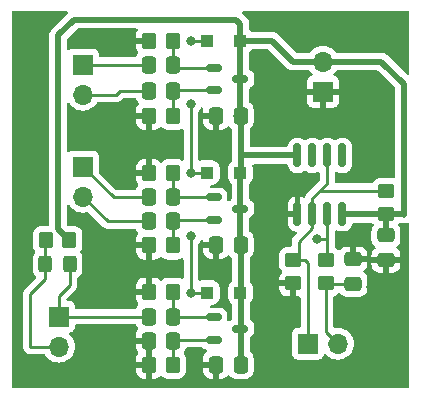
<source format=gbr>
%TF.GenerationSoftware,KiCad,Pcbnew,7.0.8-7.0.8~ubuntu22.04.1*%
%TF.CreationDate,2023-10-15T23:00:32+01:00*%
%TF.ProjectId,jfet-555-bypass,6a666574-2d35-4353-952d-627970617373,rev?*%
%TF.SameCoordinates,Original*%
%TF.FileFunction,Copper,L1,Top*%
%TF.FilePolarity,Positive*%
%FSLAX46Y46*%
G04 Gerber Fmt 4.6, Leading zero omitted, Abs format (unit mm)*
G04 Created by KiCad (PCBNEW 7.0.8-7.0.8~ubuntu22.04.1) date 2023-10-15 23:00:32*
%MOMM*%
%LPD*%
G01*
G04 APERTURE LIST*
G04 Aperture macros list*
%AMRoundRect*
0 Rectangle with rounded corners*
0 $1 Rounding radius*
0 $2 $3 $4 $5 $6 $7 $8 $9 X,Y pos of 4 corners*
0 Add a 4 corners polygon primitive as box body*
4,1,4,$2,$3,$4,$5,$6,$7,$8,$9,$2,$3,0*
0 Add four circle primitives for the rounded corners*
1,1,$1+$1,$2,$3*
1,1,$1+$1,$4,$5*
1,1,$1+$1,$6,$7*
1,1,$1+$1,$8,$9*
0 Add four rect primitives between the rounded corners*
20,1,$1+$1,$2,$3,$4,$5,0*
20,1,$1+$1,$4,$5,$6,$7,0*
20,1,$1+$1,$6,$7,$8,$9,0*
20,1,$1+$1,$8,$9,$2,$3,0*%
G04 Aperture macros list end*
%TA.AperFunction,ComponentPad*%
%ADD10R,1.700000X1.700000*%
%TD*%
%TA.AperFunction,ComponentPad*%
%ADD11O,1.700000X1.700000*%
%TD*%
%TA.AperFunction,SMDPad,CuDef*%
%ADD12RoundRect,0.150000X0.150000X-0.825000X0.150000X0.825000X-0.150000X0.825000X-0.150000X-0.825000X0*%
%TD*%
%TA.AperFunction,SMDPad,CuDef*%
%ADD13RoundRect,0.250000X-0.337500X-0.475000X0.337500X-0.475000X0.337500X0.475000X-0.337500X0.475000X0*%
%TD*%
%TA.AperFunction,SMDPad,CuDef*%
%ADD14RoundRect,0.250000X0.337500X0.475000X-0.337500X0.475000X-0.337500X-0.475000X0.337500X-0.475000X0*%
%TD*%
%TA.AperFunction,SMDPad,CuDef*%
%ADD15RoundRect,0.250000X-0.475000X0.337500X-0.475000X-0.337500X0.475000X-0.337500X0.475000X0.337500X0*%
%TD*%
%TA.AperFunction,SMDPad,CuDef*%
%ADD16RoundRect,0.250000X-0.450000X0.350000X-0.450000X-0.350000X0.450000X-0.350000X0.450000X0.350000X0*%
%TD*%
%TA.AperFunction,SMDPad,CuDef*%
%ADD17RoundRect,0.150000X-0.512500X-0.150000X0.512500X-0.150000X0.512500X0.150000X-0.512500X0.150000X0*%
%TD*%
%TA.AperFunction,SMDPad,CuDef*%
%ADD18RoundRect,0.250000X-0.300000X-0.300000X0.300000X-0.300000X0.300000X0.300000X-0.300000X0.300000X0*%
%TD*%
%TA.AperFunction,SMDPad,CuDef*%
%ADD19RoundRect,0.250000X-0.350000X-0.450000X0.350000X-0.450000X0.350000X0.450000X-0.350000X0.450000X0*%
%TD*%
%TA.AperFunction,SMDPad,CuDef*%
%ADD20RoundRect,0.250000X0.450000X-0.350000X0.450000X0.350000X-0.450000X0.350000X-0.450000X-0.350000X0*%
%TD*%
%TA.AperFunction,SMDPad,CuDef*%
%ADD21RoundRect,0.250000X0.350000X0.450000X-0.350000X0.450000X-0.350000X-0.450000X0.350000X-0.450000X0*%
%TD*%
%TA.AperFunction,SMDPad,CuDef*%
%ADD22RoundRect,0.250000X0.325000X0.450000X-0.325000X0.450000X-0.325000X-0.450000X0.325000X-0.450000X0*%
%TD*%
%TA.AperFunction,ViaPad*%
%ADD23C,0.800000*%
%TD*%
%TA.AperFunction,Conductor*%
%ADD24C,0.500000*%
%TD*%
%TA.AperFunction,Conductor*%
%ADD25C,0.250000*%
%TD*%
G04 APERTURE END LIST*
D10*
%TO.P,J6,1,Pin_1*%
%TO.N,/fx_send_conn*%
X132080000Y-36830000D03*
D11*
%TO.P,J6,2,Pin_2*%
%TO.N,/fx_return_conn*%
X132080000Y-39370000D03*
%TD*%
D10*
%TO.P,J5,1,Pin_1*%
%TO.N,/clean_in_conn*%
X132080000Y-28194000D03*
D11*
%TO.P,J5,2,Pin_2*%
%TO.N,/clean_out_conn*%
X132080000Y-30734000D03*
%TD*%
D12*
%TO.P,U1,1,GND*%
%TO.N,GND*%
X150241000Y-40834000D03*
%TO.P,U1,2,TR*%
%TO.N,Net-(J1-Pin_1)*%
X151511000Y-40834000D03*
%TO.P,U1,3,Q*%
%TO.N,Net-(D1-K)*%
X152781000Y-40834000D03*
%TO.P,U1,4,R*%
%TO.N,+9V*%
X154051000Y-40834000D03*
%TO.P,U1,5,CV*%
%TO.N,unconnected-(U1-CV-Pad5)*%
X154051000Y-35884000D03*
%TO.P,U1,6,THR*%
%TO.N,Net-(J1-Pin_1)*%
X152781000Y-35884000D03*
%TO.P,U1,7,DIS*%
%TO.N,unconnected-(U1-DIS-Pad7)*%
X151511000Y-35884000D03*
%TO.P,U1,8,VCC*%
%TO.N,+9V*%
X150241000Y-35884000D03*
%TD*%
D13*
%TO.P,C8,2*%
%TO.N,Net-(Q3-D)*%
X139721500Y-49530000D03*
%TO.P,C8,1*%
%TO.N,/bypass/led_cathode_vdd*%
X137646500Y-49530000D03*
%TD*%
D11*
%TO.P,J4,2,Pin_2*%
%TO.N,Net-(D4-A)*%
X130048000Y-52065000D03*
D10*
%TO.P,J4,1,Pin_1*%
%TO.N,/bypass/led_cathode_vdd*%
X130048000Y-49525000D03*
%TD*%
%TO.P,J1,1,Pin_1*%
%TO.N,Net-(J1-Pin_1)*%
X151130000Y-51816000D03*
D11*
%TO.P,J1,2,Pin_2*%
%TO.N,Net-(J1-Pin_2)*%
X153670000Y-51816000D03*
%TD*%
D14*
%TO.P,C9,2*%
%TO.N,GND*%
X143361500Y-53594000D03*
%TO.P,C9,1*%
%TO.N,+9V*%
X145436500Y-53594000D03*
%TD*%
%TO.P,C6,1*%
%TO.N,+9V*%
X145436500Y-32512000D03*
%TO.P,C6,2*%
%TO.N,GND*%
X143361500Y-32512000D03*
%TD*%
D15*
%TO.P,C14,1*%
%TO.N,+9V*%
X157734000Y-42655500D03*
%TO.P,C14,2*%
%TO.N,GND*%
X157734000Y-44730500D03*
%TD*%
D16*
%TO.P,R1,1*%
%TO.N,Net-(J1-Pin_1)*%
X157734000Y-38883000D03*
%TO.P,R1,2*%
%TO.N,+9V*%
X157734000Y-40883000D03*
%TD*%
D17*
%TO.P,Q2,1,D*%
%TO.N,Net-(Q2-D)*%
X143140000Y-28448000D03*
%TO.P,Q2,2,S*%
%TO.N,Net-(Q2-S)*%
X143140000Y-30348000D03*
%TO.P,Q2,3,G*%
%TO.N,+9V*%
X145415000Y-29398000D03*
%TD*%
D13*
%TO.P,C3,1*%
%TO.N,/fx_send_conn*%
X137635500Y-39436000D03*
%TO.P,C3,2*%
%TO.N,Net-(Q1-D)*%
X139710500Y-39436000D03*
%TD*%
D18*
%TO.P,D2,1,K*%
%TO.N,Net-(D1-K)*%
X142618000Y-26162000D03*
%TO.P,D2,2,A*%
%TO.N,+9V*%
X145418000Y-26162000D03*
%TD*%
D14*
%TO.P,C7,1*%
%TO.N,Net-(Q2-S)*%
X139721500Y-30414000D03*
%TO.P,C7,2*%
%TO.N,/clean_out_conn*%
X137646500Y-30414000D03*
%TD*%
%TO.P,C4,1*%
%TO.N,Net-(Q1-S)*%
X139710500Y-41468000D03*
%TO.P,C4,2*%
%TO.N,/fx_return_conn*%
X137635500Y-41468000D03*
%TD*%
D19*
%TO.P,R8,1*%
%TO.N,GND*%
X137684000Y-26162000D03*
%TO.P,R8,2*%
%TO.N,Net-(Q2-D)*%
X139684000Y-26162000D03*
%TD*%
D17*
%TO.P,Q3,3,G*%
%TO.N,+9V*%
X145409500Y-50546000D03*
%TO.P,Q3,2,S*%
%TO.N,Net-(Q3-S)*%
X143134500Y-51496000D03*
%TO.P,Q3,1,D*%
%TO.N,Net-(Q3-D)*%
X143134500Y-49596000D03*
%TD*%
D20*
%TO.P,R2,1*%
%TO.N,GND*%
X149860000Y-46725000D03*
%TO.P,R2,2*%
%TO.N,Net-(J1-Pin_1)*%
X149860000Y-44725000D03*
%TD*%
D19*
%TO.P,R9,2*%
%TO.N,Net-(Q3-S)*%
X139673500Y-53594000D03*
%TO.P,R9,1*%
%TO.N,GND*%
X137673500Y-53594000D03*
%TD*%
%TO.P,R5,1*%
%TO.N,GND*%
X137673000Y-43500000D03*
%TO.P,R5,2*%
%TO.N,Net-(Q1-S)*%
X139673000Y-43500000D03*
%TD*%
D18*
%TO.P,D1,1,K*%
%TO.N,Net-(D1-K)*%
X142618000Y-37338000D03*
%TO.P,D1,2,A*%
%TO.N,+9V*%
X145418000Y-37338000D03*
%TD*%
D19*
%TO.P,R7,1*%
%TO.N,GND*%
X137684000Y-32512000D03*
%TO.P,R7,2*%
%TO.N,Net-(Q2-S)*%
X139684000Y-32512000D03*
%TD*%
D21*
%TO.P,R10,2*%
%TO.N,Net-(D4-A)*%
X128930000Y-43053000D03*
%TO.P,R10,1*%
%TO.N,+9V*%
X130930000Y-43053000D03*
%TD*%
D19*
%TO.P,R4,1*%
%TO.N,GND*%
X137673000Y-37404000D03*
%TO.P,R4,2*%
%TO.N,Net-(Q1-D)*%
X139673000Y-37404000D03*
%TD*%
D10*
%TO.P,J3,1,Pin_1*%
%TO.N,GND*%
X152400000Y-30480000D03*
D11*
%TO.P,J3,2,Pin_2*%
%TO.N,+9V*%
X152400000Y-27940000D03*
%TD*%
D14*
%TO.P,C10,2*%
%TO.N,GND*%
X137646500Y-51562000D03*
%TO.P,C10,1*%
%TO.N,Net-(Q3-S)*%
X139721500Y-51562000D03*
%TD*%
D19*
%TO.P,R6,2*%
%TO.N,Net-(Q3-D)*%
X139673500Y-47432000D03*
%TO.P,R6,1*%
%TO.N,GND*%
X137673500Y-47432000D03*
%TD*%
D14*
%TO.P,C2,1*%
%TO.N,+9V*%
X145436500Y-43434000D03*
%TO.P,C2,2*%
%TO.N,GND*%
X143361500Y-43434000D03*
%TD*%
D20*
%TO.P,R3,1*%
%TO.N,Net-(J1-Pin_2)*%
X152654000Y-46725000D03*
%TO.P,R3,2*%
%TO.N,Net-(D1-K)*%
X152654000Y-44725000D03*
%TD*%
D17*
%TO.P,Q1,1,D*%
%TO.N,Net-(Q1-D)*%
X143134500Y-39436000D03*
%TO.P,Q1,2,S*%
%TO.N,Net-(Q1-S)*%
X143134500Y-41336000D03*
%TO.P,Q1,3,G*%
%TO.N,+9V*%
X145409500Y-40386000D03*
%TD*%
D13*
%TO.P,C5,1*%
%TO.N,/clean_in_conn*%
X137646500Y-28194000D03*
%TO.P,C5,2*%
%TO.N,Net-(Q2-D)*%
X139721500Y-28194000D03*
%TD*%
D15*
%TO.P,C1,1*%
%TO.N,GND*%
X154940000Y-44687500D03*
%TO.P,C1,2*%
%TO.N,Net-(J1-Pin_2)*%
X154940000Y-46762500D03*
%TD*%
D18*
%TO.P,D3,2,A*%
%TO.N,+9V*%
X145418000Y-47498000D03*
%TO.P,D3,1,K*%
%TO.N,Net-(D1-K)*%
X142618000Y-47498000D03*
%TD*%
D22*
%TO.P,D4,2,A*%
%TO.N,Net-(D4-A)*%
X128905000Y-45085000D03*
%TO.P,D4,1,K*%
%TO.N,/bypass/led_cathode_vdd*%
X130955000Y-45085000D03*
%TD*%
D23*
%TO.N,GND*%
X133858000Y-45974000D03*
X130048000Y-54610000D03*
X127000000Y-42926000D03*
X133858000Y-25908000D03*
X150622000Y-38100000D03*
X147320000Y-38862000D03*
X148082000Y-41656000D03*
X147320000Y-45212000D03*
X143256000Y-45466000D03*
X141478000Y-53594000D03*
X132588000Y-51308000D03*
X127762000Y-34798000D03*
X156464000Y-29210000D03*
X159004000Y-27686000D03*
X158242000Y-25400000D03*
X155448000Y-25400000D03*
X149860000Y-25654000D03*
X147828000Y-27686000D03*
X149860000Y-29210000D03*
X147828000Y-30480000D03*
X149860000Y-32258000D03*
X147828000Y-34036000D03*
X133350000Y-33020000D03*
X134620000Y-35052000D03*
X137160000Y-35052000D03*
X139446000Y-35052000D03*
X143256000Y-34798000D03*
X153162000Y-33020000D03*
X157226000Y-31242000D03*
X155956000Y-33020000D03*
X157226000Y-34798000D03*
X155956000Y-36830000D03*
X155194000Y-42672000D03*
X156464000Y-46990000D03*
X156464000Y-49784000D03*
X156464000Y-53340000D03*
X158496000Y-51562000D03*
X158496000Y-54610000D03*
X147828000Y-49022000D03*
X147828000Y-52070000D03*
X136398000Y-45466000D03*
X139446000Y-45466000D03*
X133096000Y-48006000D03*
X133350000Y-53975000D03*
X127000000Y-53975000D03*
X127000000Y-45720000D03*
X127762000Y-40640000D03*
X127762000Y-32512000D03*
X127762000Y-26035000D03*
%TO.N,Net-(D1-K)*%
X151892000Y-42926000D03*
X141224000Y-47498000D03*
X141224000Y-42672000D03*
X141224000Y-37338000D03*
X141224000Y-26162000D03*
X141224000Y-31496000D03*
%TD*%
D24*
%TO.N,+9V*%
X145418000Y-26162000D02*
X145418000Y-24768000D01*
X145418000Y-24768000D02*
X145034000Y-24384000D01*
X145034000Y-24384000D02*
X131318000Y-24384000D01*
X131318000Y-24384000D02*
X129980000Y-25722000D01*
X129980000Y-25722000D02*
X129980000Y-42103000D01*
X129980000Y-42103000D02*
X130930000Y-43053000D01*
D25*
%TO.N,Net-(D1-K)*%
X141224000Y-31496000D02*
X141224000Y-37338000D01*
X141224000Y-42672000D02*
X141224000Y-47498000D01*
X152781000Y-40834000D02*
X152781000Y-42926000D01*
X152781000Y-42926000D02*
X152781000Y-44598000D01*
X151892000Y-42926000D02*
X152781000Y-42926000D01*
X142618000Y-47498000D02*
X141224000Y-47498000D01*
X142618000Y-37338000D02*
X141224000Y-37338000D01*
X142618000Y-26162000D02*
X141224000Y-26162000D01*
%TO.N,Net-(J1-Pin_2)*%
X152654000Y-46725000D02*
X152654000Y-50800000D01*
X152654000Y-50800000D02*
X153670000Y-51816000D01*
%TO.N,Net-(J1-Pin_1)*%
X151511000Y-40834000D02*
X151511000Y-42042000D01*
X151511000Y-42042000D02*
X150368000Y-43185000D01*
X150368000Y-43185000D02*
X150368000Y-44725000D01*
X150368000Y-44725000D02*
X150897000Y-44725000D01*
X150897000Y-44725000D02*
X151130000Y-44958000D01*
X151130000Y-44958000D02*
X151130000Y-51816000D01*
X151130000Y-51816000D02*
X151135000Y-51821000D01*
%TO.N,/fx_send_conn*%
X132080000Y-36830000D02*
X134686000Y-39436000D01*
X134686000Y-39436000D02*
X137635500Y-39436000D01*
%TO.N,/fx_return_conn*%
X132080000Y-39370000D02*
X134178000Y-41468000D01*
X134178000Y-41468000D02*
X137635500Y-41468000D01*
%TO.N,/clean_out_conn*%
X132080000Y-30734000D02*
X134874000Y-30734000D01*
X134874000Y-30734000D02*
X135194000Y-30414000D01*
X135194000Y-30414000D02*
X137646500Y-30414000D01*
%TO.N,/clean_in_conn*%
X132080000Y-28194000D02*
X137646500Y-28194000D01*
D24*
%TO.N,+9V*%
X145436500Y-43434000D02*
X145436500Y-53594000D01*
X157734000Y-40883000D02*
X159247000Y-40883000D01*
X157353000Y-27940000D02*
X152400000Y-27940000D01*
X159247000Y-40883000D02*
X159258000Y-40894000D01*
X159258000Y-40894000D02*
X159258000Y-29845000D01*
X159258000Y-29845000D02*
X157353000Y-27940000D01*
X157734000Y-40883000D02*
X154100000Y-40883000D01*
X154100000Y-40883000D02*
X154051000Y-40834000D01*
X157734000Y-40883000D02*
X157734000Y-42655500D01*
X145436500Y-32512000D02*
X145436500Y-35814000D01*
X145436500Y-35814000D02*
X145436500Y-37319500D01*
X150241000Y-35884000D02*
X145506500Y-35884000D01*
X145506500Y-35884000D02*
X145436500Y-35814000D01*
X145436500Y-37319500D02*
X145418000Y-37338000D01*
X145418000Y-37338000D02*
X145418000Y-43415500D01*
X145418000Y-43415500D02*
X145436500Y-43434000D01*
D25*
%TO.N,Net-(Q1-S)*%
X143134500Y-41336000D02*
X139842500Y-41336000D01*
X139842500Y-41336000D02*
X139710500Y-41468000D01*
%TO.N,Net-(Q1-D)*%
X139710500Y-39436000D02*
X143134500Y-39436000D01*
%TO.N,Net-(Q2-D)*%
X143140000Y-28448000D02*
X139975500Y-28448000D01*
X139975500Y-28448000D02*
X139721500Y-28194000D01*
%TO.N,Net-(Q2-S)*%
X143140000Y-30348000D02*
X139787500Y-30348000D01*
X139787500Y-30348000D02*
X139721500Y-30414000D01*
D24*
%TO.N,+9V*%
X145418000Y-26162000D02*
X145418000Y-32149500D01*
X145418000Y-32149500D02*
X145055500Y-32512000D01*
X152400000Y-27940000D02*
X149860000Y-27940000D01*
X149860000Y-27940000D02*
X148082000Y-26162000D01*
X148082000Y-26162000D02*
X145418000Y-26162000D01*
D25*
%TO.N,Net-(D4-A)*%
X127635000Y-47625000D02*
X127635000Y-52070000D01*
X128905000Y-45085000D02*
X128905000Y-46355000D01*
X127635000Y-52070000D02*
X127640000Y-52065000D01*
X127640000Y-52065000D02*
X130048000Y-52065000D01*
X128905000Y-46355000D02*
X127635000Y-47625000D01*
%TO.N,/bypass/led_cathode_vdd*%
X130955000Y-45085000D02*
X130955000Y-46845000D01*
X130955000Y-46845000D02*
X130048000Y-47752000D01*
X130048000Y-47752000D02*
X130048000Y-49525000D01*
%TO.N,Net-(J1-Pin_1)*%
X152130000Y-38883000D02*
X152781000Y-38232000D01*
X152781000Y-38232000D02*
X152781000Y-35884000D01*
X151511000Y-40834000D02*
X151511000Y-39502000D01*
X152130000Y-38883000D02*
X156972000Y-38883000D01*
X151511000Y-39502000D02*
X152130000Y-38883000D01*
%TO.N,Net-(J1-Pin_2)*%
X154940000Y-46762500D02*
X152691500Y-46762500D01*
X152691500Y-46762500D02*
X152654000Y-46725000D01*
X152616500Y-46762500D02*
X152654000Y-46725000D01*
%TO.N,Net-(D4-A)*%
X128905000Y-45085000D02*
X128905000Y-43078000D01*
X128905000Y-43078000D02*
X128930000Y-43053000D01*
X130043000Y-52070000D02*
X130048000Y-52065000D01*
%TO.N,/bypass/led_cathode_vdd*%
X137646500Y-49530000D02*
X130053000Y-49530000D01*
X130053000Y-49530000D02*
X130048000Y-49525000D01*
%TO.N,Net-(Q3-S)*%
X139721500Y-51562000D02*
X139721500Y-53546000D01*
X139721500Y-53546000D02*
X139673500Y-53594000D01*
X142505000Y-51496000D02*
X139787500Y-51496000D01*
X139787500Y-51496000D02*
X139721500Y-51562000D01*
%TO.N,Net-(Q3-D)*%
X142505000Y-49596000D02*
X139787500Y-49596000D01*
X139787500Y-49596000D02*
X139721500Y-49530000D01*
X139673500Y-47432000D02*
X139673500Y-49482000D01*
X139673500Y-49482000D02*
X139721500Y-49530000D01*
%TO.N,Net-(Q2-S)*%
X139721500Y-30414000D02*
X139721500Y-32474500D01*
X139721500Y-32474500D02*
X139684000Y-32512000D01*
%TO.N,Net-(Q2-D)*%
X139721500Y-28194000D02*
X139721500Y-26199500D01*
X139721500Y-26199500D02*
X139684000Y-26162000D01*
%TO.N,Net-(Q1-S)*%
X139710500Y-41468000D02*
X139710500Y-43462500D01*
X139710500Y-43462500D02*
X139673000Y-43500000D01*
%TO.N,Net-(Q1-D)*%
X139673000Y-37404000D02*
X139673000Y-39398500D01*
X139673000Y-39398500D02*
X139710500Y-39436000D01*
%TD*%
%TA.AperFunction,Conductor*%
%TO.N,GND*%
G36*
X130739809Y-23688185D02*
G01*
X130785564Y-23740989D01*
X130795508Y-23810147D01*
X130766483Y-23873703D01*
X130760451Y-23880181D01*
X129494358Y-25146272D01*
X129480729Y-25158051D01*
X129461468Y-25172390D01*
X129427898Y-25212397D01*
X129424253Y-25216376D01*
X129418409Y-25222222D01*
X129398059Y-25247959D01*
X129348695Y-25306789D01*
X129344729Y-25312819D01*
X129344682Y-25312788D01*
X129340630Y-25319147D01*
X129340679Y-25319177D01*
X129336889Y-25325321D01*
X129304424Y-25394941D01*
X129269960Y-25463566D01*
X129267488Y-25470357D01*
X129267432Y-25470336D01*
X129264960Y-25477450D01*
X129265015Y-25477469D01*
X129262742Y-25484327D01*
X129255606Y-25518889D01*
X129247207Y-25559565D01*
X129234001Y-25615284D01*
X129229498Y-25634286D01*
X129228661Y-25641454D01*
X129228601Y-25641447D01*
X129227835Y-25648945D01*
X129227895Y-25648951D01*
X129227265Y-25656140D01*
X129229500Y-25732916D01*
X129229500Y-41728500D01*
X129209815Y-41795539D01*
X129157011Y-41841294D01*
X129105500Y-41852500D01*
X128529998Y-41852500D01*
X128529980Y-41852501D01*
X128427203Y-41863000D01*
X128427200Y-41863001D01*
X128260668Y-41918185D01*
X128260663Y-41918187D01*
X128111342Y-42010289D01*
X127987289Y-42134342D01*
X127895187Y-42283663D01*
X127895186Y-42283666D01*
X127840001Y-42450203D01*
X127840001Y-42450204D01*
X127840000Y-42450204D01*
X127829500Y-42552983D01*
X127829500Y-43553001D01*
X127829501Y-43553019D01*
X127840000Y-43655796D01*
X127840001Y-43655799D01*
X127890396Y-43807879D01*
X127895186Y-43822334D01*
X127979487Y-43959009D01*
X127987289Y-43971657D01*
X127996951Y-43981319D01*
X128030436Y-44042642D01*
X128025452Y-44112334D01*
X127996951Y-44156681D01*
X127987289Y-44166342D01*
X127895187Y-44315663D01*
X127895185Y-44315668D01*
X127874644Y-44377657D01*
X127840001Y-44482203D01*
X127840001Y-44482204D01*
X127840000Y-44482204D01*
X127829500Y-44584983D01*
X127829500Y-45585001D01*
X127829501Y-45585019D01*
X127840000Y-45687796D01*
X127840001Y-45687799D01*
X127883145Y-45817998D01*
X127895186Y-45854334D01*
X127956719Y-45954096D01*
X127987289Y-46003657D01*
X128091839Y-46108207D01*
X128125324Y-46169530D01*
X128120340Y-46239222D01*
X128091839Y-46283569D01*
X127251208Y-47124199D01*
X127238951Y-47134020D01*
X127239134Y-47134241D01*
X127233123Y-47139213D01*
X127185772Y-47189636D01*
X127164889Y-47210519D01*
X127164877Y-47210532D01*
X127160621Y-47216017D01*
X127156837Y-47220447D01*
X127124937Y-47254418D01*
X127124936Y-47254420D01*
X127115284Y-47271976D01*
X127104610Y-47288226D01*
X127092329Y-47304061D01*
X127092324Y-47304068D01*
X127073815Y-47346838D01*
X127071245Y-47352084D01*
X127048803Y-47392906D01*
X127043822Y-47412307D01*
X127037521Y-47430710D01*
X127029562Y-47449102D01*
X127029561Y-47449105D01*
X127022271Y-47495127D01*
X127021087Y-47500846D01*
X127009501Y-47545972D01*
X127009500Y-47545982D01*
X127009500Y-47566016D01*
X127007973Y-47585415D01*
X127004840Y-47605194D01*
X127004840Y-47605195D01*
X127009225Y-47651583D01*
X127009500Y-47657421D01*
X127009500Y-52011016D01*
X127007973Y-52030415D01*
X127004840Y-52050194D01*
X127004840Y-52050195D01*
X127009225Y-52096583D01*
X127009500Y-52102421D01*
X127009500Y-52109355D01*
X127013202Y-52138655D01*
X127019713Y-52207535D01*
X127021414Y-52215146D01*
X127021136Y-52215207D01*
X127022120Y-52219305D01*
X127022395Y-52219235D01*
X127024335Y-52226792D01*
X127049810Y-52291133D01*
X127073246Y-52356229D01*
X127076791Y-52363186D01*
X127076537Y-52363315D01*
X127078503Y-52367029D01*
X127078753Y-52366892D01*
X127082512Y-52373729D01*
X127123180Y-52429704D01*
X127162077Y-52486940D01*
X127167237Y-52492793D01*
X127167023Y-52492981D01*
X127169860Y-52496099D01*
X127170069Y-52495904D01*
X127175404Y-52501586D01*
X127228710Y-52545683D01*
X127280622Y-52591450D01*
X127287073Y-52595834D01*
X127286911Y-52596071D01*
X127290434Y-52598385D01*
X127290588Y-52598143D01*
X127297175Y-52602322D01*
X127297177Y-52602324D01*
X127359778Y-52631782D01*
X127421435Y-52663198D01*
X127421441Y-52663199D01*
X127428777Y-52665841D01*
X127428679Y-52666111D01*
X127432666Y-52667475D01*
X127432755Y-52667203D01*
X127440174Y-52669614D01*
X127508145Y-52682580D01*
X127519399Y-52685095D01*
X127575667Y-52697673D01*
X127575671Y-52697672D01*
X127575672Y-52697673D01*
X127583439Y-52698408D01*
X127583411Y-52698694D01*
X127587609Y-52699024D01*
X127587628Y-52698737D01*
X127595411Y-52699226D01*
X127595412Y-52699227D01*
X127595413Y-52699226D01*
X127595414Y-52699227D01*
X127664472Y-52694882D01*
X127666645Y-52694813D01*
X127733627Y-52692709D01*
X127733633Y-52692707D01*
X127737934Y-52692027D01*
X127757334Y-52690500D01*
X128772773Y-52690500D01*
X128839812Y-52710185D01*
X128874348Y-52743377D01*
X129009500Y-52936395D01*
X129009505Y-52936401D01*
X129176599Y-53103495D01*
X129266577Y-53166498D01*
X129370165Y-53239032D01*
X129370167Y-53239033D01*
X129370170Y-53239035D01*
X129584337Y-53338903D01*
X129812592Y-53400063D01*
X130000338Y-53416489D01*
X130047999Y-53420659D01*
X130048000Y-53420659D01*
X130048001Y-53420659D01*
X130095662Y-53416489D01*
X130283408Y-53400063D01*
X130511663Y-53338903D01*
X130725830Y-53239035D01*
X130919401Y-53103495D01*
X131086495Y-52936401D01*
X131222035Y-52742830D01*
X131321903Y-52528663D01*
X131383063Y-52300408D01*
X131403659Y-52065000D01*
X131383063Y-51829592D01*
X131378349Y-51812000D01*
X136559001Y-51812000D01*
X136559001Y-52086986D01*
X136569494Y-52189697D01*
X136624641Y-52356119D01*
X136624643Y-52356124D01*
X136716684Y-52505345D01*
X136721953Y-52510614D01*
X136755438Y-52571937D01*
X136750454Y-52641629D01*
X136734807Y-52669405D01*
X136734975Y-52669509D01*
X136732370Y-52673731D01*
X136731545Y-52675197D01*
X136731188Y-52675648D01*
X136639143Y-52824875D01*
X136639141Y-52824880D01*
X136583994Y-52991302D01*
X136583993Y-52991309D01*
X136573500Y-53094013D01*
X136573500Y-53344000D01*
X137423500Y-53344000D01*
X137423500Y-52819252D01*
X137399334Y-52774996D01*
X137396500Y-52748638D01*
X137396500Y-51812000D01*
X136559001Y-51812000D01*
X131378349Y-51812000D01*
X131321903Y-51601337D01*
X131222035Y-51387171D01*
X131221651Y-51386623D01*
X131086496Y-51193600D01*
X131031065Y-51138169D01*
X130964567Y-51071671D01*
X130931084Y-51010351D01*
X130936068Y-50940659D01*
X130977939Y-50884725D01*
X131008915Y-50867810D01*
X131140331Y-50818796D01*
X131255546Y-50732546D01*
X131341796Y-50617331D01*
X131392091Y-50482483D01*
X131398500Y-50422873D01*
X131398500Y-50279500D01*
X131418185Y-50212461D01*
X131470989Y-50166706D01*
X131522500Y-50155500D01*
X136478699Y-50155500D01*
X136545738Y-50175185D01*
X136591493Y-50227989D01*
X136596403Y-50240492D01*
X136613944Y-50293426D01*
X136624185Y-50324331D01*
X136624187Y-50324336D01*
X136634774Y-50341500D01*
X136715210Y-50471909D01*
X136720080Y-50479803D01*
X136717739Y-50481246D01*
X136739138Y-50534292D01*
X136726096Y-50602933D01*
X136720096Y-50612275D01*
X136720475Y-50612509D01*
X136624643Y-50767875D01*
X136624641Y-50767880D01*
X136569494Y-50934302D01*
X136569493Y-50934309D01*
X136559000Y-51037013D01*
X136559000Y-51312000D01*
X137772500Y-51312000D01*
X137839539Y-51331685D01*
X137885294Y-51384489D01*
X137896500Y-51436000D01*
X137896500Y-52361747D01*
X137920666Y-52406004D01*
X137923500Y-52432362D01*
X137923500Y-54793999D01*
X138073472Y-54793999D01*
X138073486Y-54793998D01*
X138176197Y-54783505D01*
X138342619Y-54728358D01*
X138342624Y-54728356D01*
X138491842Y-54636317D01*
X138585464Y-54542695D01*
X138646787Y-54509210D01*
X138716479Y-54514194D01*
X138760827Y-54542695D01*
X138854844Y-54636712D01*
X139004166Y-54728814D01*
X139170703Y-54783999D01*
X139273491Y-54794500D01*
X140073508Y-54794499D01*
X140073516Y-54794498D01*
X140073519Y-54794498D01*
X140129802Y-54788748D01*
X140176297Y-54783999D01*
X140342834Y-54728814D01*
X140492156Y-54636712D01*
X140616212Y-54512656D01*
X140708314Y-54363334D01*
X140763499Y-54196797D01*
X140774000Y-54094009D01*
X140774000Y-53844000D01*
X142274001Y-53844000D01*
X142274001Y-54118986D01*
X142284494Y-54221697D01*
X142339641Y-54388119D01*
X142339643Y-54388124D01*
X142431684Y-54537345D01*
X142555654Y-54661315D01*
X142704875Y-54753356D01*
X142704880Y-54753358D01*
X142871302Y-54808505D01*
X142871309Y-54808506D01*
X142974019Y-54818999D01*
X143111499Y-54818999D01*
X143111500Y-54818998D01*
X143111500Y-53844000D01*
X142274001Y-53844000D01*
X140774000Y-53844000D01*
X140773999Y-53093992D01*
X140773581Y-53089903D01*
X140763499Y-52991203D01*
X140763498Y-52991200D01*
X140755214Y-52966200D01*
X140708314Y-52824666D01*
X140616488Y-52675792D01*
X140598050Y-52608405D01*
X140618972Y-52541741D01*
X140634345Y-52523022D01*
X140651712Y-52505656D01*
X140743814Y-52356334D01*
X140793466Y-52206495D01*
X140833239Y-52149051D01*
X140897755Y-52122228D01*
X140911172Y-52121500D01*
X142126191Y-52121500D01*
X142193230Y-52141185D01*
X142213872Y-52157819D01*
X142220129Y-52164076D01*
X142220133Y-52164079D01*
X142220135Y-52164081D01*
X142361602Y-52247744D01*
X142403224Y-52259836D01*
X142519426Y-52293597D01*
X142521299Y-52293939D01*
X142522249Y-52294417D01*
X142525515Y-52295366D01*
X142525338Y-52295971D01*
X142583712Y-52325346D01*
X142619238Y-52385510D01*
X142616596Y-52455330D01*
X142576627Y-52512638D01*
X142564125Y-52521459D01*
X142555655Y-52526683D01*
X142431684Y-52650654D01*
X142339643Y-52799875D01*
X142339641Y-52799880D01*
X142284494Y-52966302D01*
X142284493Y-52966309D01*
X142274000Y-53069013D01*
X142274000Y-53344000D01*
X143487500Y-53344000D01*
X143554539Y-53363685D01*
X143600294Y-53416489D01*
X143611500Y-53468000D01*
X143611500Y-54818999D01*
X143748972Y-54818999D01*
X143748986Y-54818998D01*
X143851697Y-54808505D01*
X144018119Y-54753358D01*
X144018124Y-54753356D01*
X144167345Y-54661315D01*
X144291318Y-54537342D01*
X144293165Y-54534348D01*
X144294969Y-54532724D01*
X144295798Y-54531677D01*
X144295976Y-54531818D01*
X144345110Y-54487621D01*
X144414073Y-54476396D01*
X144478156Y-54504236D01*
X144504243Y-54534341D01*
X144506288Y-54537656D01*
X144630344Y-54661712D01*
X144779666Y-54753814D01*
X144946203Y-54808999D01*
X145048991Y-54819500D01*
X145824008Y-54819499D01*
X145824016Y-54819498D01*
X145824019Y-54819498D01*
X145880302Y-54813748D01*
X145926797Y-54808999D01*
X146093334Y-54753814D01*
X146242656Y-54661712D01*
X146366712Y-54537656D01*
X146458814Y-54388334D01*
X146513999Y-54221797D01*
X146524500Y-54119009D01*
X146524499Y-53068992D01*
X146519856Y-53023544D01*
X146513999Y-52966203D01*
X146513998Y-52966200D01*
X146504124Y-52936402D01*
X146458814Y-52799666D01*
X146366712Y-52650344D01*
X146242656Y-52526288D01*
X146236989Y-52521807D01*
X146238430Y-52519984D01*
X146199175Y-52476335D01*
X146187000Y-52422752D01*
X146187000Y-51365750D01*
X146206685Y-51298711D01*
X146247877Y-51259019D01*
X146323865Y-51214081D01*
X146440081Y-51097865D01*
X146523744Y-50956398D01*
X146559917Y-50831890D01*
X146569597Y-50798573D01*
X146569598Y-50798567D01*
X146569868Y-50795143D01*
X146572500Y-50761694D01*
X146572500Y-50330306D01*
X146572029Y-50324327D01*
X146569598Y-50293432D01*
X146569597Y-50293426D01*
X146523745Y-50135606D01*
X146523744Y-50135603D01*
X146523744Y-50135602D01*
X146440081Y-49994135D01*
X146440079Y-49994133D01*
X146440076Y-49994129D01*
X146323870Y-49877923D01*
X146323867Y-49877921D01*
X146323865Y-49877919D01*
X146271485Y-49846941D01*
X146247878Y-49832980D01*
X146200195Y-49781910D01*
X146187000Y-49726248D01*
X146187000Y-48441730D01*
X146206685Y-48374691D01*
X146223319Y-48354049D01*
X146262367Y-48315001D01*
X146310712Y-48266656D01*
X146402814Y-48117334D01*
X146457999Y-47950797D01*
X146468500Y-47848009D01*
X146468499Y-47147992D01*
X146467602Y-47139214D01*
X146457999Y-47045203D01*
X146457998Y-47045200D01*
X146434736Y-46975000D01*
X148660001Y-46975000D01*
X148660001Y-47124986D01*
X148670494Y-47227697D01*
X148725641Y-47394119D01*
X148725643Y-47394124D01*
X148817684Y-47543345D01*
X148941654Y-47667315D01*
X149090875Y-47759356D01*
X149090880Y-47759358D01*
X149257302Y-47814505D01*
X149257309Y-47814506D01*
X149360019Y-47824999D01*
X149609999Y-47824999D01*
X149610000Y-47824998D01*
X149610000Y-46975000D01*
X148660001Y-46975000D01*
X146434736Y-46975000D01*
X146417843Y-46924021D01*
X146402814Y-46878666D01*
X146310712Y-46729344D01*
X146223319Y-46641951D01*
X146189834Y-46580628D01*
X146187000Y-46554270D01*
X146187000Y-44605248D01*
X146206685Y-44538209D01*
X146237996Y-44507471D01*
X146236987Y-44506195D01*
X146242654Y-44501713D01*
X146242653Y-44501713D01*
X146242656Y-44501712D01*
X146366712Y-44377656D01*
X146458814Y-44228334D01*
X146513999Y-44061797D01*
X146524500Y-43959009D01*
X146524499Y-42908992D01*
X146513999Y-42806203D01*
X146458814Y-42639666D01*
X146366712Y-42490344D01*
X146242656Y-42366288D01*
X146242655Y-42366287D01*
X146227402Y-42356879D01*
X146180678Y-42304930D01*
X146168500Y-42251341D01*
X146168500Y-41216691D01*
X146188185Y-41149652D01*
X146229377Y-41109960D01*
X146323865Y-41054081D01*
X146440081Y-40937865D01*
X146523744Y-40796398D01*
X146559917Y-40671890D01*
X146569597Y-40638573D01*
X146569598Y-40638567D01*
X146569868Y-40635143D01*
X146572500Y-40601694D01*
X146572500Y-40584000D01*
X149441000Y-40584000D01*
X149991000Y-40584000D01*
X149991000Y-39361703D01*
X149988503Y-39361900D01*
X149830806Y-39407716D01*
X149830803Y-39407717D01*
X149689447Y-39491314D01*
X149689438Y-39491321D01*
X149573321Y-39607438D01*
X149573314Y-39607447D01*
X149489717Y-39748803D01*
X149489716Y-39748806D01*
X149443900Y-39906504D01*
X149443899Y-39906510D01*
X149441000Y-39943356D01*
X149441000Y-40584000D01*
X146572500Y-40584000D01*
X146572500Y-40170306D01*
X146569598Y-40133431D01*
X146566706Y-40123478D01*
X146527307Y-39987865D01*
X146523744Y-39975602D01*
X146440081Y-39834135D01*
X146440079Y-39834133D01*
X146440076Y-39834129D01*
X146323870Y-39717923D01*
X146323861Y-39717916D01*
X146229379Y-39662040D01*
X146181695Y-39610971D01*
X146168500Y-39555308D01*
X146168500Y-38300230D01*
X146188185Y-38233191D01*
X146204819Y-38212549D01*
X146254689Y-38162679D01*
X146310712Y-38106656D01*
X146402814Y-37957334D01*
X146457999Y-37790797D01*
X146468500Y-37688009D01*
X146468499Y-36987992D01*
X146466599Y-36969396D01*
X146457999Y-36885203D01*
X146433600Y-36811573D01*
X146428937Y-36797502D01*
X146426536Y-36727676D01*
X146462267Y-36667634D01*
X146524788Y-36636441D01*
X146546644Y-36634500D01*
X149316500Y-36634500D01*
X149383539Y-36654185D01*
X149429294Y-36706989D01*
X149440500Y-36758500D01*
X149440500Y-36774696D01*
X149443401Y-36811567D01*
X149443402Y-36811573D01*
X149489254Y-36969393D01*
X149489255Y-36969396D01*
X149489256Y-36969398D01*
X149500256Y-36987998D01*
X149572917Y-37110862D01*
X149572923Y-37110870D01*
X149689129Y-37227076D01*
X149689133Y-37227079D01*
X149689135Y-37227081D01*
X149830602Y-37310744D01*
X149830609Y-37310746D01*
X149988426Y-37356597D01*
X149988429Y-37356597D01*
X149988431Y-37356598D01*
X150000722Y-37357565D01*
X150025304Y-37359500D01*
X150025306Y-37359500D01*
X150456696Y-37359500D01*
X150475131Y-37358049D01*
X150493569Y-37356598D01*
X150493571Y-37356597D01*
X150493573Y-37356597D01*
X150577450Y-37332228D01*
X150651398Y-37310744D01*
X150792865Y-37227081D01*
X150792870Y-37227075D01*
X150799031Y-37222298D01*
X150800933Y-37224750D01*
X150849579Y-37198155D01*
X150919274Y-37203104D01*
X150951695Y-37223940D01*
X150952969Y-37222298D01*
X150959132Y-37227078D01*
X150959135Y-37227081D01*
X151100602Y-37310744D01*
X151100609Y-37310746D01*
X151258426Y-37356597D01*
X151258429Y-37356597D01*
X151258431Y-37356598D01*
X151270722Y-37357565D01*
X151295304Y-37359500D01*
X151295306Y-37359500D01*
X151726696Y-37359500D01*
X151745131Y-37358049D01*
X151763569Y-37356598D01*
X151763571Y-37356597D01*
X151763573Y-37356597D01*
X151921393Y-37310746D01*
X151921394Y-37310744D01*
X151921398Y-37310744D01*
X151968381Y-37282958D01*
X152036102Y-37265776D01*
X152102365Y-37287936D01*
X152146129Y-37342401D01*
X152155500Y-37389691D01*
X152155500Y-37921546D01*
X152135815Y-37988585D01*
X152119181Y-38009227D01*
X151729412Y-38398996D01*
X151714624Y-38411626D01*
X151702892Y-38420152D01*
X151698412Y-38423407D01*
X151668709Y-38459310D01*
X151664777Y-38463631D01*
X151127208Y-39001199D01*
X151114951Y-39011020D01*
X151115134Y-39011241D01*
X151109123Y-39016213D01*
X151061772Y-39066636D01*
X151040889Y-39087519D01*
X151040877Y-39087532D01*
X151036621Y-39093017D01*
X151032837Y-39097447D01*
X151000937Y-39131418D01*
X151000936Y-39131420D01*
X150991284Y-39148976D01*
X150980610Y-39165226D01*
X150968329Y-39181061D01*
X150968324Y-39181068D01*
X150949815Y-39223838D01*
X150947245Y-39229084D01*
X150924803Y-39269906D01*
X150919822Y-39289307D01*
X150913521Y-39307710D01*
X150905562Y-39326102D01*
X150905561Y-39326106D01*
X150900499Y-39358063D01*
X150870568Y-39421197D01*
X150811255Y-39458127D01*
X150741392Y-39457127D01*
X150714905Y-39445394D01*
X150651196Y-39407717D01*
X150651193Y-39407716D01*
X150493494Y-39361900D01*
X150493497Y-39361900D01*
X150491000Y-39361703D01*
X150491000Y-40960000D01*
X150471315Y-41027039D01*
X150418511Y-41072794D01*
X150367000Y-41084000D01*
X149441000Y-41084000D01*
X149441000Y-41724644D01*
X149443899Y-41761489D01*
X149443900Y-41761495D01*
X149489716Y-41919193D01*
X149489717Y-41919196D01*
X149573314Y-42060552D01*
X149573321Y-42060561D01*
X149689438Y-42176678D01*
X149689447Y-42176685D01*
X149830803Y-42260282D01*
X149830806Y-42260283D01*
X149988504Y-42306099D01*
X149988510Y-42306100D01*
X150025356Y-42309000D01*
X150060046Y-42309000D01*
X150127085Y-42328685D01*
X150172840Y-42381489D01*
X150182784Y-42450647D01*
X150153759Y-42514203D01*
X150147740Y-42520667D01*
X150042135Y-42626273D01*
X149984208Y-42684200D01*
X149971951Y-42694020D01*
X149972134Y-42694241D01*
X149966123Y-42699213D01*
X149918772Y-42749636D01*
X149897889Y-42770519D01*
X149897877Y-42770532D01*
X149893621Y-42776017D01*
X149889837Y-42780447D01*
X149857937Y-42814418D01*
X149857936Y-42814420D01*
X149848284Y-42831976D01*
X149837610Y-42848226D01*
X149825329Y-42864061D01*
X149825324Y-42864068D01*
X149806815Y-42906838D01*
X149804245Y-42912084D01*
X149781803Y-42952906D01*
X149776822Y-42972307D01*
X149770521Y-42990710D01*
X149762562Y-43009102D01*
X149762561Y-43009105D01*
X149755271Y-43055127D01*
X149754087Y-43060846D01*
X149742501Y-43105972D01*
X149742500Y-43105982D01*
X149742500Y-43126016D01*
X149740973Y-43145415D01*
X149737840Y-43165194D01*
X149737840Y-43165195D01*
X149742225Y-43211583D01*
X149742500Y-43217421D01*
X149742500Y-43500500D01*
X149722815Y-43567539D01*
X149670011Y-43613294D01*
X149618500Y-43624500D01*
X149359999Y-43624500D01*
X149359980Y-43624501D01*
X149257203Y-43635000D01*
X149257200Y-43635001D01*
X149090668Y-43690185D01*
X149090663Y-43690187D01*
X148941342Y-43782289D01*
X148817289Y-43906342D01*
X148725187Y-44055663D01*
X148725185Y-44055668D01*
X148706580Y-44111814D01*
X148670001Y-44222203D01*
X148670001Y-44222204D01*
X148670000Y-44222204D01*
X148659500Y-44324983D01*
X148659500Y-45125001D01*
X148659501Y-45125019D01*
X148670000Y-45227796D01*
X148670001Y-45227799D01*
X148708546Y-45344119D01*
X148725186Y-45394334D01*
X148813292Y-45537178D01*
X148817289Y-45543657D01*
X148911304Y-45637672D01*
X148944789Y-45698995D01*
X148939805Y-45768687D01*
X148911305Y-45813034D01*
X148817682Y-45906657D01*
X148725643Y-46055875D01*
X148725641Y-46055880D01*
X148670494Y-46222302D01*
X148670493Y-46222309D01*
X148660000Y-46325013D01*
X148660000Y-46475000D01*
X149986000Y-46475000D01*
X150053039Y-46494685D01*
X150098794Y-46547489D01*
X150110000Y-46599000D01*
X150110000Y-47824999D01*
X150359972Y-47824999D01*
X150359986Y-47824998D01*
X150367898Y-47824190D01*
X150436591Y-47836959D01*
X150487475Y-47884840D01*
X150504500Y-47947548D01*
X150504500Y-50341500D01*
X150484815Y-50408539D01*
X150432011Y-50454294D01*
X150380501Y-50465500D01*
X150232130Y-50465500D01*
X150232123Y-50465501D01*
X150172516Y-50471908D01*
X150037671Y-50522202D01*
X150037664Y-50522206D01*
X149922455Y-50608452D01*
X149922452Y-50608455D01*
X149836206Y-50723664D01*
X149836202Y-50723671D01*
X149785908Y-50858517D01*
X149779501Y-50918116D01*
X149779500Y-50918135D01*
X149779500Y-52713870D01*
X149779501Y-52713876D01*
X149785908Y-52773483D01*
X149836202Y-52908328D01*
X149836206Y-52908335D01*
X149922452Y-53023544D01*
X149922455Y-53023547D01*
X150037664Y-53109793D01*
X150037671Y-53109797D01*
X150172517Y-53160091D01*
X150172516Y-53160091D01*
X150179444Y-53160835D01*
X150232127Y-53166500D01*
X152027872Y-53166499D01*
X152087483Y-53160091D01*
X152222331Y-53109796D01*
X152337546Y-53023546D01*
X152423796Y-52908331D01*
X152472810Y-52776916D01*
X152514681Y-52720984D01*
X152580145Y-52696566D01*
X152648418Y-52711417D01*
X152676673Y-52732569D01*
X152798599Y-52854495D01*
X152895384Y-52922265D01*
X152992165Y-52990032D01*
X152992167Y-52990033D01*
X152992170Y-52990035D01*
X153206337Y-53089903D01*
X153206343Y-53089904D01*
X153206344Y-53089905D01*
X153221620Y-53093998D01*
X153434592Y-53151063D01*
X153611034Y-53166500D01*
X153669999Y-53171659D01*
X153670000Y-53171659D01*
X153670001Y-53171659D01*
X153728966Y-53166500D01*
X153905408Y-53151063D01*
X154133663Y-53089903D01*
X154347830Y-52990035D01*
X154541401Y-52854495D01*
X154708495Y-52687401D01*
X154844035Y-52493830D01*
X154943903Y-52279663D01*
X155005063Y-52051408D01*
X155025659Y-51816000D01*
X155005063Y-51580592D01*
X154943903Y-51352337D01*
X154844035Y-51138171D01*
X154815811Y-51097862D01*
X154708494Y-50944597D01*
X154541402Y-50777506D01*
X154541395Y-50777501D01*
X154518820Y-50761694D01*
X154493914Y-50744254D01*
X154347834Y-50641967D01*
X154347830Y-50641965D01*
X154133663Y-50542097D01*
X154133659Y-50542096D01*
X154133655Y-50542094D01*
X153905413Y-50480938D01*
X153905403Y-50480936D01*
X153670001Y-50460341D01*
X153669999Y-50460341D01*
X153434596Y-50480936D01*
X153429258Y-50481878D01*
X153429018Y-50480516D01*
X153365720Y-50478998D01*
X153307866Y-50439824D01*
X153280374Y-50375590D01*
X153279500Y-50360893D01*
X153279500Y-47897016D01*
X153299185Y-47829977D01*
X153351989Y-47784222D01*
X153364488Y-47779313D01*
X153423334Y-47759814D01*
X153572656Y-47667712D01*
X153685198Y-47555169D01*
X153746517Y-47521687D01*
X153816209Y-47526671D01*
X153867044Y-47563685D01*
X153867181Y-47563549D01*
X153868049Y-47564417D01*
X153870142Y-47565941D01*
X153872285Y-47568651D01*
X153872288Y-47568656D01*
X153996344Y-47692712D01*
X154145666Y-47784814D01*
X154312203Y-47839999D01*
X154414991Y-47850500D01*
X155465008Y-47850499D01*
X155465016Y-47850498D01*
X155465019Y-47850498D01*
X155521302Y-47844748D01*
X155567797Y-47839999D01*
X155734334Y-47784814D01*
X155883656Y-47692712D01*
X156007712Y-47568656D01*
X156099814Y-47419334D01*
X156154999Y-47252797D01*
X156165500Y-47150009D01*
X156165499Y-46374992D01*
X156162486Y-46345501D01*
X156154999Y-46272203D01*
X156154998Y-46272200D01*
X156107119Y-46127712D01*
X156099814Y-46105666D01*
X156007712Y-45956344D01*
X155883656Y-45832288D01*
X155880342Y-45830243D01*
X155878546Y-45828248D01*
X155877989Y-45827807D01*
X155878064Y-45827711D01*
X155833618Y-45778297D01*
X155822397Y-45709334D01*
X155850240Y-45645252D01*
X155880348Y-45619165D01*
X155883342Y-45617318D01*
X156007315Y-45493345D01*
X156099356Y-45344124D01*
X156099358Y-45344119D01*
X156154505Y-45177697D01*
X156154506Y-45177690D01*
X156164999Y-45074986D01*
X156165000Y-45074973D01*
X156165000Y-44980500D01*
X156509001Y-44980500D01*
X156509001Y-45117986D01*
X156519494Y-45220697D01*
X156574641Y-45387119D01*
X156574643Y-45387124D01*
X156666684Y-45536345D01*
X156790654Y-45660315D01*
X156939875Y-45752356D01*
X156939880Y-45752358D01*
X157106302Y-45807505D01*
X157106309Y-45807506D01*
X157209019Y-45817999D01*
X157483999Y-45817999D01*
X157484000Y-45817998D01*
X157484000Y-44980500D01*
X157984000Y-44980500D01*
X157984000Y-45817999D01*
X158258972Y-45817999D01*
X158258986Y-45817998D01*
X158361697Y-45807505D01*
X158528119Y-45752358D01*
X158528124Y-45752356D01*
X158677345Y-45660315D01*
X158801315Y-45536345D01*
X158893356Y-45387124D01*
X158893358Y-45387119D01*
X158948505Y-45220697D01*
X158948506Y-45220690D01*
X158958999Y-45117986D01*
X158959000Y-45117973D01*
X158959000Y-44980500D01*
X157984000Y-44980500D01*
X157484000Y-44980500D01*
X156509001Y-44980500D01*
X156165000Y-44980500D01*
X156165000Y-44937500D01*
X154814000Y-44937500D01*
X154746961Y-44917815D01*
X154701206Y-44865011D01*
X154690000Y-44813500D01*
X154690000Y-43600000D01*
X155190000Y-43600000D01*
X155190000Y-44437500D01*
X156164999Y-44437500D01*
X156164999Y-44300028D01*
X156164998Y-44300013D01*
X156154505Y-44197302D01*
X156099358Y-44030880D01*
X156099356Y-44030875D01*
X156007315Y-43881654D01*
X155883345Y-43757684D01*
X155734124Y-43665643D01*
X155734119Y-43665641D01*
X155567697Y-43610494D01*
X155567690Y-43610493D01*
X155464986Y-43600000D01*
X155190000Y-43600000D01*
X154690000Y-43600000D01*
X154415029Y-43600000D01*
X154415012Y-43600001D01*
X154312302Y-43610494D01*
X154145880Y-43665641D01*
X154145875Y-43665643D01*
X153996654Y-43757684D01*
X153872682Y-43881656D01*
X153870492Y-43884426D01*
X153868509Y-43885829D01*
X153867576Y-43886763D01*
X153867416Y-43886603D01*
X153813465Y-43924796D01*
X153743666Y-43927927D01*
X153685553Y-43895185D01*
X153572657Y-43782289D01*
X153572656Y-43782288D01*
X153465403Y-43716134D01*
X153418678Y-43664186D01*
X153406500Y-43610595D01*
X153406500Y-42996844D01*
X153408697Y-42973606D01*
X153408945Y-42972307D01*
X153410227Y-42965588D01*
X153406621Y-42908275D01*
X153406500Y-42904403D01*
X153406500Y-42339691D01*
X153426185Y-42272652D01*
X153478989Y-42226897D01*
X153548147Y-42216953D01*
X153593616Y-42232957D01*
X153640602Y-42260744D01*
X153640603Y-42260744D01*
X153640606Y-42260746D01*
X153798426Y-42306597D01*
X153798429Y-42306597D01*
X153798431Y-42306598D01*
X153810722Y-42307565D01*
X153835304Y-42309500D01*
X153835306Y-42309500D01*
X154266696Y-42309500D01*
X154285131Y-42308049D01*
X154303569Y-42306598D01*
X154303571Y-42306597D01*
X154303573Y-42306597D01*
X154345191Y-42294505D01*
X154461398Y-42260744D01*
X154602865Y-42177081D01*
X154719081Y-42060865D01*
X154802744Y-41919398D01*
X154848598Y-41761569D01*
X154849684Y-41747771D01*
X154874568Y-41682483D01*
X154930799Y-41641012D01*
X154973302Y-41633500D01*
X156580042Y-41633500D01*
X156647081Y-41653185D01*
X156685596Y-41692428D01*
X156686636Y-41694115D01*
X156705060Y-41761512D01*
X156684122Y-41828171D01*
X156668769Y-41846862D01*
X156666290Y-41849340D01*
X156666290Y-41849341D01*
X156666288Y-41849343D01*
X156666288Y-41849344D01*
X156664341Y-41852501D01*
X156574187Y-41998663D01*
X156574185Y-41998668D01*
X156570207Y-42010673D01*
X156519001Y-42165203D01*
X156519001Y-42165204D01*
X156519000Y-42165204D01*
X156508500Y-42267983D01*
X156508500Y-43043001D01*
X156508501Y-43043019D01*
X156519000Y-43145796D01*
X156519001Y-43145799D01*
X156574185Y-43312331D01*
X156574187Y-43312336D01*
X156580818Y-43323087D01*
X156666288Y-43461656D01*
X156790344Y-43585712D01*
X156793628Y-43587737D01*
X156793653Y-43587753D01*
X156795445Y-43589746D01*
X156796011Y-43590193D01*
X156795934Y-43590289D01*
X156840379Y-43639699D01*
X156851603Y-43708661D01*
X156823761Y-43772744D01*
X156793665Y-43798826D01*
X156790660Y-43800679D01*
X156790655Y-43800683D01*
X156666684Y-43924654D01*
X156574643Y-44073875D01*
X156574641Y-44073880D01*
X156519494Y-44240302D01*
X156519493Y-44240309D01*
X156509000Y-44343013D01*
X156509000Y-44480500D01*
X158958999Y-44480500D01*
X158958999Y-44343028D01*
X158958998Y-44343013D01*
X158948505Y-44240302D01*
X158893358Y-44073880D01*
X158893356Y-44073875D01*
X158801315Y-43924654D01*
X158677344Y-43800683D01*
X158677341Y-43800681D01*
X158674339Y-43798829D01*
X158672713Y-43797021D01*
X158671677Y-43796202D01*
X158671817Y-43796024D01*
X158627617Y-43746880D01*
X158616397Y-43677917D01*
X158644243Y-43613836D01*
X158674344Y-43587754D01*
X158677656Y-43585712D01*
X158801712Y-43461656D01*
X158893814Y-43312334D01*
X158948999Y-43145797D01*
X158959500Y-43043009D01*
X158959499Y-42267992D01*
X158958711Y-42260282D01*
X158948999Y-42165203D01*
X158948998Y-42165200D01*
X158939112Y-42135366D01*
X158893814Y-41998666D01*
X158801712Y-41849344D01*
X158799236Y-41846868D01*
X158798079Y-41844750D01*
X158797234Y-41843681D01*
X158797416Y-41843536D01*
X158765751Y-41785545D01*
X158770735Y-41715853D01*
X158781391Y-41694070D01*
X158782432Y-41692383D01*
X158834389Y-41645668D01*
X158887958Y-41633500D01*
X159093161Y-41633500D01*
X159119593Y-41637371D01*
X159119681Y-41636876D01*
X159126781Y-41638127D01*
X159126790Y-41638130D01*
X159150775Y-41639526D01*
X159168618Y-41641875D01*
X159192144Y-41646733D01*
X159227419Y-41645706D01*
X159244364Y-41645214D01*
X159249754Y-41645291D01*
X159301935Y-41648331D01*
X159325587Y-41644159D01*
X159343504Y-41642328D01*
X159367512Y-41641631D01*
X159417993Y-41628103D01*
X159423264Y-41626936D01*
X159474711Y-41617865D01*
X159496758Y-41608354D01*
X159513772Y-41602439D01*
X159536975Y-41596223D01*
X159536977Y-41596221D01*
X159536980Y-41596221D01*
X159543690Y-41593556D01*
X159544184Y-41594801D01*
X159604998Y-41581908D01*
X159670333Y-41606670D01*
X159711909Y-41662824D01*
X159719500Y-41705544D01*
X159719500Y-55455500D01*
X159699815Y-55522539D01*
X159647011Y-55568294D01*
X159595500Y-55579500D01*
X126154500Y-55579500D01*
X126087461Y-55559815D01*
X126041706Y-55507011D01*
X126030500Y-55455500D01*
X126030500Y-53844000D01*
X136573501Y-53844000D01*
X136573501Y-54093986D01*
X136583994Y-54196697D01*
X136639141Y-54363119D01*
X136639143Y-54363124D01*
X136731184Y-54512345D01*
X136855154Y-54636315D01*
X137004375Y-54728356D01*
X137004380Y-54728358D01*
X137170802Y-54783505D01*
X137170809Y-54783506D01*
X137273519Y-54793999D01*
X137423499Y-54793999D01*
X137423500Y-54793998D01*
X137423500Y-53844000D01*
X136573501Y-53844000D01*
X126030500Y-53844000D01*
X126030500Y-23792500D01*
X126050185Y-23725461D01*
X126102989Y-23679706D01*
X126154500Y-23668500D01*
X130672770Y-23668500D01*
X130739809Y-23688185D01*
G37*
%TD.AperFunction*%
%TA.AperFunction,Conductor*%
G36*
X142226651Y-43019649D02*
G01*
X142267180Y-43076563D01*
X142274000Y-43117120D01*
X142274000Y-43184000D01*
X143487500Y-43184000D01*
X143554539Y-43203685D01*
X143600294Y-43256489D01*
X143611500Y-43308000D01*
X143611500Y-44658999D01*
X143748972Y-44658999D01*
X143748986Y-44658998D01*
X143851697Y-44648505D01*
X144018119Y-44593358D01*
X144018124Y-44593356D01*
X144167345Y-44501315D01*
X144291318Y-44377342D01*
X144293165Y-44374348D01*
X144294969Y-44372724D01*
X144295798Y-44371677D01*
X144295976Y-44371818D01*
X144345110Y-44327621D01*
X144414073Y-44316396D01*
X144478156Y-44344236D01*
X144504243Y-44374341D01*
X144506288Y-44377656D01*
X144506289Y-44377657D01*
X144630345Y-44501713D01*
X144636013Y-44506195D01*
X144634570Y-44508019D01*
X144673820Y-44551654D01*
X144686000Y-44605248D01*
X144686000Y-46517270D01*
X144666315Y-46584309D01*
X144649681Y-46604951D01*
X144525289Y-46729342D01*
X144433187Y-46878663D01*
X144433185Y-46878668D01*
X144405349Y-46962670D01*
X144378001Y-47045203D01*
X144378001Y-47045204D01*
X144378000Y-47045204D01*
X144367500Y-47147983D01*
X144367500Y-47848001D01*
X144367501Y-47848019D01*
X144378000Y-47950796D01*
X144378001Y-47950799D01*
X144405836Y-48034797D01*
X144433186Y-48117334D01*
X144516861Y-48252994D01*
X144525289Y-48266657D01*
X144649681Y-48391049D01*
X144683166Y-48452372D01*
X144686000Y-48478730D01*
X144686000Y-49694313D01*
X144666315Y-49761352D01*
X144625121Y-49801045D01*
X144488420Y-49881890D01*
X144487345Y-49880073D01*
X144432448Y-49901620D01*
X144363932Y-49887931D01*
X144313694Y-49839373D01*
X144297500Y-49778104D01*
X144297500Y-49380304D01*
X144294598Y-49343432D01*
X144294597Y-49343426D01*
X144248745Y-49185606D01*
X144248744Y-49185603D01*
X144248744Y-49185602D01*
X144165081Y-49044135D01*
X144165079Y-49044133D01*
X144165076Y-49044129D01*
X144048870Y-48927923D01*
X144048862Y-48927917D01*
X143907396Y-48844255D01*
X143907393Y-48844254D01*
X143749573Y-48798402D01*
X143749567Y-48798401D01*
X143712696Y-48795500D01*
X143712694Y-48795500D01*
X142984106Y-48795500D01*
X142917067Y-48775815D01*
X142871312Y-48723011D01*
X142861368Y-48653853D01*
X142890393Y-48590297D01*
X142949171Y-48552523D01*
X142971505Y-48548142D01*
X143039513Y-48541194D01*
X143070797Y-48537999D01*
X143237334Y-48482814D01*
X143386656Y-48390712D01*
X143510712Y-48266656D01*
X143602814Y-48117334D01*
X143657999Y-47950797D01*
X143668500Y-47848009D01*
X143668499Y-47147992D01*
X143667602Y-47139214D01*
X143657999Y-47045203D01*
X143657998Y-47045200D01*
X143617843Y-46924021D01*
X143602814Y-46878666D01*
X143510712Y-46729344D01*
X143386656Y-46605288D01*
X143266047Y-46530896D01*
X143237336Y-46513187D01*
X143237331Y-46513185D01*
X143223494Y-46508600D01*
X143070797Y-46458001D01*
X143070795Y-46458000D01*
X142968010Y-46447500D01*
X142267998Y-46447500D01*
X142267980Y-46447501D01*
X142165203Y-46458000D01*
X142165200Y-46458001D01*
X142012504Y-46508600D01*
X141942675Y-46511002D01*
X141882634Y-46475270D01*
X141851441Y-46412749D01*
X141849500Y-46390894D01*
X141849500Y-43684000D01*
X142274001Y-43684000D01*
X142274001Y-43958986D01*
X142284494Y-44061697D01*
X142339641Y-44228119D01*
X142339643Y-44228124D01*
X142431684Y-44377345D01*
X142555654Y-44501315D01*
X142704875Y-44593356D01*
X142704880Y-44593358D01*
X142871302Y-44648505D01*
X142871309Y-44648506D01*
X142974019Y-44658999D01*
X143111499Y-44658999D01*
X143111500Y-44658998D01*
X143111500Y-43684000D01*
X142274001Y-43684000D01*
X141849500Y-43684000D01*
X141849500Y-43370687D01*
X141869185Y-43303648D01*
X141881350Y-43287715D01*
X141899891Y-43267122D01*
X141956533Y-43204216D01*
X142042613Y-43055119D01*
X142093179Y-43006905D01*
X142161786Y-42993681D01*
X142226651Y-43019649D01*
G37*
%TD.AperFunction*%
%TA.AperFunction,Conductor*%
G36*
X130935703Y-40096804D02*
G01*
X130956073Y-40119392D01*
X130965252Y-40132500D01*
X131036040Y-40233597D01*
X131041505Y-40241401D01*
X131208599Y-40408495D01*
X131253507Y-40439940D01*
X131402165Y-40544032D01*
X131402167Y-40544033D01*
X131402170Y-40544035D01*
X131616337Y-40643903D01*
X131844592Y-40705063D01*
X132032918Y-40721539D01*
X132079999Y-40725659D01*
X132080000Y-40725659D01*
X132080001Y-40725659D01*
X132119234Y-40722226D01*
X132315408Y-40705063D01*
X132415873Y-40678143D01*
X132485722Y-40679806D01*
X132535647Y-40710237D01*
X133677197Y-41851788D01*
X133687022Y-41864051D01*
X133687243Y-41863869D01*
X133692214Y-41869878D01*
X133711366Y-41887862D01*
X133742635Y-41917226D01*
X133763529Y-41938120D01*
X133769011Y-41942373D01*
X133773443Y-41946157D01*
X133807418Y-41978062D01*
X133824976Y-41987714D01*
X133841233Y-41998393D01*
X133857064Y-42010673D01*
X133876737Y-42019186D01*
X133899833Y-42029182D01*
X133905077Y-42031750D01*
X133945908Y-42054197D01*
X133958523Y-42057435D01*
X133965305Y-42059177D01*
X133983719Y-42065481D01*
X134002104Y-42073438D01*
X134048157Y-42080732D01*
X134053826Y-42081906D01*
X134098981Y-42093500D01*
X134119016Y-42093500D01*
X134138413Y-42095026D01*
X134158196Y-42098160D01*
X134204584Y-42093775D01*
X134210422Y-42093500D01*
X136467699Y-42093500D01*
X136534738Y-42113185D01*
X136580493Y-42165989D01*
X136585405Y-42178496D01*
X136613185Y-42262331D01*
X136613187Y-42262336D01*
X136626345Y-42283668D01*
X136677304Y-42366287D01*
X136705289Y-42411657D01*
X136716520Y-42422888D01*
X136750005Y-42484211D01*
X136745021Y-42553903D01*
X136734378Y-42575666D01*
X136638643Y-42730875D01*
X136638641Y-42730880D01*
X136583494Y-42897302D01*
X136583493Y-42897309D01*
X136573000Y-43000013D01*
X136573000Y-43250000D01*
X137799000Y-43250000D01*
X137866039Y-43269685D01*
X137911794Y-43322489D01*
X137923000Y-43374000D01*
X137923000Y-44699999D01*
X138072972Y-44699999D01*
X138072986Y-44699998D01*
X138175697Y-44689505D01*
X138342119Y-44634358D01*
X138342124Y-44634356D01*
X138491342Y-44542317D01*
X138584964Y-44448695D01*
X138646287Y-44415210D01*
X138715979Y-44420194D01*
X138760327Y-44448695D01*
X138854344Y-44542712D01*
X139003666Y-44634814D01*
X139170203Y-44689999D01*
X139272991Y-44700500D01*
X140073008Y-44700499D01*
X140073016Y-44700498D01*
X140073019Y-44700498D01*
X140129302Y-44694748D01*
X140175797Y-44689999D01*
X140342334Y-44634814D01*
X140409405Y-44593444D01*
X140476796Y-44575005D01*
X140543459Y-44595928D01*
X140588229Y-44649570D01*
X140598500Y-44698984D01*
X140598500Y-46232707D01*
X140578815Y-46299746D01*
X140526011Y-46345501D01*
X140456853Y-46355445D01*
X140409404Y-46338246D01*
X140342840Y-46297189D01*
X140342835Y-46297187D01*
X140342834Y-46297186D01*
X140176297Y-46242001D01*
X140176295Y-46242000D01*
X140073510Y-46231500D01*
X139273498Y-46231500D01*
X139273480Y-46231501D01*
X139170703Y-46242000D01*
X139170700Y-46242001D01*
X139004168Y-46297185D01*
X139004163Y-46297187D01*
X138854845Y-46389287D01*
X138760827Y-46483305D01*
X138699503Y-46516789D01*
X138629812Y-46511805D01*
X138585465Y-46483304D01*
X138491845Y-46389684D01*
X138342624Y-46297643D01*
X138342619Y-46297641D01*
X138176197Y-46242494D01*
X138176190Y-46242493D01*
X138073486Y-46232000D01*
X137923500Y-46232000D01*
X137923500Y-47558000D01*
X137903815Y-47625039D01*
X137851011Y-47670794D01*
X137799500Y-47682000D01*
X136573501Y-47682000D01*
X136573501Y-47931986D01*
X136583994Y-48034697D01*
X136639141Y-48201119D01*
X136639143Y-48201124D01*
X136731184Y-48350345D01*
X136754054Y-48373215D01*
X136787539Y-48434538D01*
X136782555Y-48504230D01*
X136754055Y-48548576D01*
X136716289Y-48586342D01*
X136624187Y-48735663D01*
X136624186Y-48735666D01*
X136604155Y-48796117D01*
X136596405Y-48819504D01*
X136556632Y-48876949D01*
X136492116Y-48903772D01*
X136478699Y-48904500D01*
X131522499Y-48904500D01*
X131455460Y-48884815D01*
X131409705Y-48832011D01*
X131398499Y-48780500D01*
X131398499Y-48627129D01*
X131398498Y-48627123D01*
X131398497Y-48627116D01*
X131392091Y-48567517D01*
X131385026Y-48548576D01*
X131341797Y-48432671D01*
X131341793Y-48432664D01*
X131255547Y-48317455D01*
X131255544Y-48317452D01*
X131140335Y-48231206D01*
X131140328Y-48231202D01*
X131005482Y-48180908D01*
X131005483Y-48180908D01*
X130945883Y-48174501D01*
X130945881Y-48174500D01*
X130945873Y-48174500D01*
X130945865Y-48174500D01*
X130809452Y-48174500D01*
X130742413Y-48154815D01*
X130696658Y-48102011D01*
X130686714Y-48032853D01*
X130715739Y-47969297D01*
X130721771Y-47962819D01*
X130870085Y-47814505D01*
X131338786Y-47345802D01*
X131351048Y-47335980D01*
X131350865Y-47335759D01*
X131356867Y-47330792D01*
X131356877Y-47330786D01*
X131404241Y-47280348D01*
X131425120Y-47259470D01*
X131429373Y-47253986D01*
X131433150Y-47249563D01*
X131465062Y-47215582D01*
X131474714Y-47198023D01*
X131485239Y-47182000D01*
X136573500Y-47182000D01*
X137423500Y-47182000D01*
X137423500Y-46232000D01*
X137273527Y-46232000D01*
X137273512Y-46232001D01*
X137170802Y-46242494D01*
X137004380Y-46297641D01*
X137004375Y-46297643D01*
X136855154Y-46389684D01*
X136731184Y-46513654D01*
X136639143Y-46662875D01*
X136639141Y-46662880D01*
X136583994Y-46829302D01*
X136583993Y-46829309D01*
X136573500Y-46932013D01*
X136573500Y-47182000D01*
X131485239Y-47182000D01*
X131485389Y-47181772D01*
X131497674Y-47165936D01*
X131516186Y-47123152D01*
X131518742Y-47117935D01*
X131541197Y-47077092D01*
X131546180Y-47057680D01*
X131552477Y-47039291D01*
X131560438Y-47020895D01*
X131567729Y-46974853D01*
X131568908Y-46969162D01*
X131580500Y-46924019D01*
X131580500Y-46903983D01*
X131582027Y-46884582D01*
X131582964Y-46878666D01*
X131585160Y-46864804D01*
X131580775Y-46818415D01*
X131580500Y-46812577D01*
X131580500Y-46300638D01*
X131600185Y-46233599D01*
X131639401Y-46195100D01*
X131748656Y-46127712D01*
X131872712Y-46003656D01*
X131964814Y-45854334D01*
X132019999Y-45687797D01*
X132030500Y-45585009D01*
X132030499Y-44584992D01*
X132027093Y-44551654D01*
X132019999Y-44482203D01*
X132019998Y-44482200D01*
X132019435Y-44480500D01*
X131964814Y-44315666D01*
X131872712Y-44166344D01*
X131863049Y-44156681D01*
X131829564Y-44095358D01*
X131834548Y-44025666D01*
X131863049Y-43981319D01*
X131872712Y-43971656D01*
X131964814Y-43822334D01*
X131988783Y-43750000D01*
X136573001Y-43750000D01*
X136573001Y-43999986D01*
X136583494Y-44102697D01*
X136638641Y-44269119D01*
X136638643Y-44269124D01*
X136730684Y-44418345D01*
X136854654Y-44542315D01*
X137003875Y-44634356D01*
X137003880Y-44634358D01*
X137170302Y-44689505D01*
X137170309Y-44689506D01*
X137273019Y-44699999D01*
X137422999Y-44699999D01*
X137423000Y-44699998D01*
X137423000Y-43750000D01*
X136573001Y-43750000D01*
X131988783Y-43750000D01*
X132019999Y-43655797D01*
X132030500Y-43553009D01*
X132030499Y-42552992D01*
X132027512Y-42523755D01*
X132019999Y-42450203D01*
X132019998Y-42450200D01*
X131987669Y-42352638D01*
X131964814Y-42283666D01*
X131872712Y-42134344D01*
X131748656Y-42010288D01*
X131638533Y-41942364D01*
X131599336Y-41918187D01*
X131599331Y-41918185D01*
X131579033Y-41911459D01*
X131432797Y-41863001D01*
X131432795Y-41863000D01*
X131330016Y-41852500D01*
X131330009Y-41852500D01*
X130854500Y-41852500D01*
X130787461Y-41832815D01*
X130741706Y-41780011D01*
X130730500Y-41728500D01*
X130730500Y-40190517D01*
X130750185Y-40123478D01*
X130802989Y-40077723D01*
X130872147Y-40067779D01*
X130935703Y-40096804D01*
G37*
%TD.AperFunction*%
%TA.AperFunction,Conductor*%
G36*
X142231564Y-31835139D02*
G01*
X142272093Y-31892053D01*
X142278271Y-31945212D01*
X142274000Y-31987011D01*
X142274000Y-32262000D01*
X143487500Y-32262000D01*
X143554539Y-32281685D01*
X143600294Y-32334489D01*
X143611500Y-32386000D01*
X143611500Y-33736999D01*
X143748972Y-33736999D01*
X143748986Y-33736998D01*
X143851697Y-33726505D01*
X144018119Y-33671358D01*
X144018124Y-33671356D01*
X144167345Y-33579315D01*
X144291318Y-33455342D01*
X144293165Y-33452348D01*
X144294969Y-33450724D01*
X144295798Y-33449677D01*
X144295976Y-33449818D01*
X144345110Y-33405621D01*
X144414073Y-33394396D01*
X144478156Y-33422236D01*
X144504243Y-33452341D01*
X144506288Y-33455656D01*
X144506289Y-33455657D01*
X144630345Y-33579713D01*
X144636013Y-33584195D01*
X144634570Y-33586019D01*
X144673820Y-33629654D01*
X144686000Y-33683248D01*
X144686000Y-35750294D01*
X144684691Y-35768263D01*
X144681210Y-35792025D01*
X144685764Y-35844064D01*
X144686000Y-35849470D01*
X144686000Y-36357270D01*
X144666315Y-36424309D01*
X144649681Y-36444951D01*
X144525289Y-36569342D01*
X144433187Y-36718663D01*
X144433186Y-36718666D01*
X144378001Y-36885203D01*
X144378001Y-36885204D01*
X144378000Y-36885204D01*
X144367500Y-36987983D01*
X144367500Y-37688001D01*
X144367501Y-37688019D01*
X144378000Y-37790796D01*
X144378001Y-37790799D01*
X144427538Y-37940289D01*
X144433186Y-37957334D01*
X144516861Y-38092994D01*
X144525289Y-38106657D01*
X144631181Y-38212549D01*
X144664666Y-38273872D01*
X144667500Y-38300230D01*
X144667500Y-39545254D01*
X144647815Y-39612293D01*
X144606621Y-39651986D01*
X144488420Y-39721890D01*
X144487345Y-39720073D01*
X144432448Y-39741620D01*
X144363932Y-39727931D01*
X144313694Y-39679373D01*
X144297500Y-39618104D01*
X144297500Y-39220304D01*
X144294598Y-39183432D01*
X144294597Y-39183426D01*
X144248745Y-39025606D01*
X144248744Y-39025603D01*
X144248744Y-39025602D01*
X144165081Y-38884135D01*
X144165079Y-38884133D01*
X144165076Y-38884129D01*
X144048870Y-38767923D01*
X144048862Y-38767917D01*
X143970681Y-38721681D01*
X143907398Y-38684256D01*
X143907397Y-38684255D01*
X143907396Y-38684255D01*
X143907393Y-38684254D01*
X143749573Y-38638402D01*
X143749567Y-38638401D01*
X143712696Y-38635500D01*
X143712694Y-38635500D01*
X142984106Y-38635500D01*
X142917067Y-38615815D01*
X142871312Y-38563011D01*
X142861368Y-38493853D01*
X142890393Y-38430297D01*
X142949171Y-38392523D01*
X142971505Y-38388142D01*
X143039513Y-38381194D01*
X143070797Y-38377999D01*
X143237334Y-38322814D01*
X143386656Y-38230712D01*
X143510712Y-38106656D01*
X143602814Y-37957334D01*
X143657999Y-37790797D01*
X143668500Y-37688009D01*
X143668499Y-36987992D01*
X143666599Y-36969396D01*
X143657999Y-36885203D01*
X143657998Y-36885200D01*
X143630164Y-36801203D01*
X143602814Y-36718666D01*
X143510712Y-36569344D01*
X143386656Y-36445288D01*
X143250468Y-36361287D01*
X143237336Y-36353187D01*
X143237331Y-36353185D01*
X143160582Y-36327753D01*
X143070797Y-36298001D01*
X143070795Y-36298000D01*
X142968010Y-36287500D01*
X142267998Y-36287500D01*
X142267980Y-36287501D01*
X142165203Y-36298000D01*
X142165200Y-36298001D01*
X142012504Y-36348600D01*
X141942675Y-36351002D01*
X141882634Y-36315270D01*
X141851441Y-36252749D01*
X141849500Y-36230894D01*
X141849500Y-32762000D01*
X142274001Y-32762000D01*
X142274001Y-33036986D01*
X142284494Y-33139697D01*
X142339641Y-33306119D01*
X142339643Y-33306124D01*
X142431684Y-33455345D01*
X142555654Y-33579315D01*
X142704875Y-33671356D01*
X142704880Y-33671358D01*
X142871302Y-33726505D01*
X142871309Y-33726506D01*
X142974019Y-33736999D01*
X143111499Y-33736999D01*
X143111500Y-33736998D01*
X143111500Y-32762000D01*
X142274001Y-32762000D01*
X141849500Y-32762000D01*
X141849500Y-32194687D01*
X141869185Y-32127648D01*
X141881350Y-32111715D01*
X141919756Y-32069061D01*
X141956533Y-32028216D01*
X141965901Y-32011991D01*
X142039679Y-31884203D01*
X142047526Y-31870610D01*
X142098092Y-31822395D01*
X142166699Y-31809171D01*
X142231564Y-31835139D01*
G37*
%TD.AperFunction*%
%TA.AperFunction,Conductor*%
G36*
X136545738Y-31059185D02*
G01*
X136591493Y-31111989D01*
X136596403Y-31124492D01*
X136606658Y-31155438D01*
X136624185Y-31208331D01*
X136624187Y-31208336D01*
X136638888Y-31232170D01*
X136708273Y-31344662D01*
X136716289Y-31357657D01*
X136759304Y-31400672D01*
X136792789Y-31461995D01*
X136787805Y-31531687D01*
X136759306Y-31576032D01*
X136741684Y-31593654D01*
X136649643Y-31742875D01*
X136649641Y-31742880D01*
X136594494Y-31909302D01*
X136594493Y-31909309D01*
X136584000Y-32012013D01*
X136584000Y-32262000D01*
X137810000Y-32262000D01*
X137877039Y-32281685D01*
X137922794Y-32334489D01*
X137934000Y-32386000D01*
X137934000Y-33711999D01*
X138083972Y-33711999D01*
X138083986Y-33711998D01*
X138186697Y-33701505D01*
X138353119Y-33646358D01*
X138353124Y-33646356D01*
X138502342Y-33554317D01*
X138595964Y-33460695D01*
X138657287Y-33427210D01*
X138726979Y-33432194D01*
X138771327Y-33460695D01*
X138865344Y-33554712D01*
X139014666Y-33646814D01*
X139181203Y-33701999D01*
X139283991Y-33712500D01*
X140084008Y-33712499D01*
X140084016Y-33712498D01*
X140084019Y-33712498D01*
X140140302Y-33706748D01*
X140186797Y-33701999D01*
X140353334Y-33646814D01*
X140409404Y-33612229D01*
X140476796Y-33593790D01*
X140543459Y-33614713D01*
X140588229Y-33668355D01*
X140598500Y-33717769D01*
X140598500Y-36205015D01*
X140578815Y-36272054D01*
X140526011Y-36317809D01*
X140456853Y-36327753D01*
X140409404Y-36310554D01*
X140359626Y-36279852D01*
X140342334Y-36269186D01*
X140175797Y-36214001D01*
X140175795Y-36214000D01*
X140073010Y-36203500D01*
X139272998Y-36203500D01*
X139272980Y-36203501D01*
X139170203Y-36214000D01*
X139170200Y-36214001D01*
X139003668Y-36269185D01*
X139003663Y-36269187D01*
X138854345Y-36361287D01*
X138760327Y-36455305D01*
X138699003Y-36488789D01*
X138629312Y-36483805D01*
X138584965Y-36455304D01*
X138491345Y-36361684D01*
X138342124Y-36269643D01*
X138342119Y-36269641D01*
X138175697Y-36214494D01*
X138175690Y-36214493D01*
X138072986Y-36204000D01*
X137923000Y-36204000D01*
X137923000Y-37530000D01*
X137903315Y-37597039D01*
X137850511Y-37642794D01*
X137799000Y-37654000D01*
X136573001Y-37654000D01*
X136573001Y-37903986D01*
X136583494Y-38006697D01*
X136638641Y-38173119D01*
X136638643Y-38173124D01*
X136734377Y-38328333D01*
X136752817Y-38395726D01*
X136731894Y-38462389D01*
X136716522Y-38481109D01*
X136705291Y-38492340D01*
X136705289Y-38492342D01*
X136705288Y-38492344D01*
X136701430Y-38498599D01*
X136613187Y-38641663D01*
X136613185Y-38641668D01*
X136585405Y-38725504D01*
X136545632Y-38782949D01*
X136481116Y-38809772D01*
X136467699Y-38810500D01*
X134996452Y-38810500D01*
X134929413Y-38790815D01*
X134908771Y-38774181D01*
X133466818Y-37332228D01*
X133433333Y-37270905D01*
X133430499Y-37244547D01*
X133430499Y-37154000D01*
X136573000Y-37154000D01*
X137423000Y-37154000D01*
X137423000Y-36204000D01*
X137273027Y-36204000D01*
X137273012Y-36204001D01*
X137170302Y-36214494D01*
X137003880Y-36269641D01*
X137003875Y-36269643D01*
X136854654Y-36361684D01*
X136730684Y-36485654D01*
X136638643Y-36634875D01*
X136638641Y-36634880D01*
X136583494Y-36801302D01*
X136583493Y-36801309D01*
X136573000Y-36904013D01*
X136573000Y-37154000D01*
X133430499Y-37154000D01*
X133430499Y-35932129D01*
X133430498Y-35932123D01*
X133424091Y-35872516D01*
X133373797Y-35737671D01*
X133373793Y-35737664D01*
X133287547Y-35622455D01*
X133287544Y-35622452D01*
X133172335Y-35536206D01*
X133172328Y-35536202D01*
X133037482Y-35485908D01*
X133037483Y-35485908D01*
X132977883Y-35479501D01*
X132977881Y-35479500D01*
X132977873Y-35479500D01*
X132977864Y-35479500D01*
X131182129Y-35479500D01*
X131182123Y-35479501D01*
X131122516Y-35485908D01*
X130987671Y-35536202D01*
X130987668Y-35536204D01*
X130928811Y-35580265D01*
X130863347Y-35604682D01*
X130795074Y-35589830D01*
X130745668Y-35540425D01*
X130730500Y-35480998D01*
X130730500Y-32762000D01*
X136584001Y-32762000D01*
X136584001Y-33011986D01*
X136594494Y-33114697D01*
X136649641Y-33281119D01*
X136649643Y-33281124D01*
X136741684Y-33430345D01*
X136865654Y-33554315D01*
X137014875Y-33646356D01*
X137014880Y-33646358D01*
X137181302Y-33701505D01*
X137181309Y-33701506D01*
X137284019Y-33711999D01*
X137433999Y-33711999D01*
X137434000Y-33711998D01*
X137434000Y-32762000D01*
X136584001Y-32762000D01*
X130730500Y-32762000D01*
X130730500Y-31554517D01*
X130750185Y-31487478D01*
X130802989Y-31441723D01*
X130872147Y-31431779D01*
X130935703Y-31460804D01*
X130956073Y-31483392D01*
X130964901Y-31495999D01*
X131033279Y-31593654D01*
X131041505Y-31605401D01*
X131208599Y-31772495D01*
X131209826Y-31773354D01*
X131402165Y-31908032D01*
X131402167Y-31908033D01*
X131402170Y-31908035D01*
X131616337Y-32007903D01*
X131616343Y-32007904D01*
X131616344Y-32007905D01*
X131631676Y-32012013D01*
X131844592Y-32069063D01*
X132032918Y-32085539D01*
X132079999Y-32089659D01*
X132080000Y-32089659D01*
X132080001Y-32089659D01*
X132119234Y-32086226D01*
X132315408Y-32069063D01*
X132543663Y-32007903D01*
X132757830Y-31908035D01*
X132951401Y-31772495D01*
X133118495Y-31605401D01*
X133253652Y-31412377D01*
X133308229Y-31368752D01*
X133355227Y-31359500D01*
X134791257Y-31359500D01*
X134806877Y-31361224D01*
X134806904Y-31360939D01*
X134814660Y-31361671D01*
X134814667Y-31361673D01*
X134883814Y-31359500D01*
X134913350Y-31359500D01*
X134920228Y-31358630D01*
X134926041Y-31358172D01*
X134972627Y-31356709D01*
X134991869Y-31351117D01*
X135010912Y-31347174D01*
X135030792Y-31344664D01*
X135074122Y-31327507D01*
X135079646Y-31325617D01*
X135083396Y-31324527D01*
X135124390Y-31312618D01*
X135141629Y-31302422D01*
X135159103Y-31293862D01*
X135177727Y-31286488D01*
X135177727Y-31286487D01*
X135177732Y-31286486D01*
X135215449Y-31259082D01*
X135220305Y-31255892D01*
X135260420Y-31232170D01*
X135274586Y-31218003D01*
X135289381Y-31205368D01*
X135305584Y-31193596D01*
X135305583Y-31193596D01*
X135305587Y-31193594D01*
X135335299Y-31157677D01*
X135339201Y-31153388D01*
X135416773Y-31075816D01*
X135478095Y-31042334D01*
X135504452Y-31039500D01*
X136478699Y-31039500D01*
X136545738Y-31059185D01*
G37*
%TD.AperFunction*%
%TA.AperFunction,Conductor*%
G36*
X147786809Y-26932185D02*
G01*
X147807451Y-26948819D01*
X149284270Y-28425638D01*
X149296051Y-28439270D01*
X149310388Y-28458528D01*
X149350409Y-28492111D01*
X149354397Y-28495766D01*
X149360216Y-28501585D01*
X149360220Y-28501588D01*
X149360223Y-28501591D01*
X149385959Y-28521940D01*
X149444786Y-28571302D01*
X149444787Y-28571302D01*
X149444789Y-28571304D01*
X149450818Y-28575270D01*
X149450785Y-28575319D01*
X149457147Y-28579372D01*
X149457179Y-28579321D01*
X149463319Y-28583108D01*
X149463323Y-28583111D01*
X149498132Y-28599343D01*
X149532941Y-28615575D01*
X149582810Y-28640620D01*
X149601567Y-28650040D01*
X149601569Y-28650040D01*
X149608357Y-28652511D01*
X149608336Y-28652567D01*
X149615455Y-28655042D01*
X149615474Y-28654986D01*
X149622329Y-28657258D01*
X149687856Y-28670787D01*
X149697562Y-28672791D01*
X149772279Y-28690500D01*
X149772289Y-28690500D01*
X149779452Y-28691338D01*
X149779444Y-28691397D01*
X149786945Y-28692164D01*
X149786951Y-28692105D01*
X149794140Y-28692734D01*
X149794144Y-28692733D01*
X149794145Y-28692734D01*
X149870918Y-28690500D01*
X151212299Y-28690500D01*
X151279338Y-28710185D01*
X151313873Y-28743376D01*
X151361505Y-28811401D01*
X151483818Y-28933714D01*
X151517303Y-28995037D01*
X151512319Y-29064729D01*
X151470447Y-29120662D01*
X151439471Y-29137577D01*
X151307912Y-29186646D01*
X151307906Y-29186649D01*
X151192812Y-29272809D01*
X151192809Y-29272812D01*
X151106649Y-29387906D01*
X151106645Y-29387913D01*
X151056403Y-29522620D01*
X151056401Y-29522627D01*
X151050000Y-29582155D01*
X151050000Y-30230000D01*
X151966314Y-30230000D01*
X151940507Y-30270156D01*
X151900000Y-30408111D01*
X151900000Y-30551889D01*
X151940507Y-30689844D01*
X151966314Y-30730000D01*
X151050000Y-30730000D01*
X151050000Y-31377844D01*
X151056401Y-31437372D01*
X151056403Y-31437379D01*
X151106645Y-31572086D01*
X151106649Y-31572093D01*
X151192809Y-31687187D01*
X151192812Y-31687190D01*
X151307906Y-31773350D01*
X151307913Y-31773354D01*
X151442620Y-31823596D01*
X151442627Y-31823598D01*
X151502155Y-31829999D01*
X151502172Y-31830000D01*
X152150000Y-31830000D01*
X152150000Y-30915501D01*
X152257685Y-30964680D01*
X152364237Y-30980000D01*
X152435763Y-30980000D01*
X152542315Y-30964680D01*
X152650000Y-30915501D01*
X152650000Y-31830000D01*
X153297828Y-31830000D01*
X153297844Y-31829999D01*
X153357372Y-31823598D01*
X153357379Y-31823596D01*
X153492086Y-31773354D01*
X153492093Y-31773350D01*
X153607187Y-31687190D01*
X153607190Y-31687187D01*
X153693350Y-31572093D01*
X153693354Y-31572086D01*
X153743596Y-31437379D01*
X153743598Y-31437372D01*
X153749999Y-31377844D01*
X153750000Y-31377827D01*
X153750000Y-30730000D01*
X152833686Y-30730000D01*
X152859493Y-30689844D01*
X152900000Y-30551889D01*
X152900000Y-30408111D01*
X152859493Y-30270156D01*
X152833686Y-30230000D01*
X153750000Y-30230000D01*
X153750000Y-29582172D01*
X153749999Y-29582155D01*
X153743598Y-29522627D01*
X153743596Y-29522620D01*
X153693354Y-29387913D01*
X153693350Y-29387906D01*
X153607190Y-29272812D01*
X153607187Y-29272809D01*
X153492093Y-29186649D01*
X153492088Y-29186646D01*
X153360528Y-29137577D01*
X153304595Y-29095705D01*
X153280178Y-29030241D01*
X153295030Y-28961968D01*
X153316175Y-28933720D01*
X153438495Y-28811401D01*
X153486127Y-28743376D01*
X153540704Y-28699751D01*
X153587701Y-28690500D01*
X156990770Y-28690500D01*
X157057809Y-28710185D01*
X157078451Y-28726819D01*
X158471181Y-30119549D01*
X158504666Y-30180872D01*
X158507500Y-30207230D01*
X158507500Y-37677846D01*
X158487815Y-37744885D01*
X158435011Y-37790640D01*
X158365853Y-37800584D01*
X158344500Y-37795553D01*
X158336800Y-37793002D01*
X158336795Y-37793000D01*
X158234010Y-37782500D01*
X157233998Y-37782500D01*
X157233980Y-37782501D01*
X157131203Y-37793000D01*
X157131200Y-37793001D01*
X156964668Y-37848185D01*
X156964663Y-37848187D01*
X156815342Y-37940289D01*
X156691289Y-38064342D01*
X156691288Y-38064344D01*
X156616861Y-38185011D01*
X156608481Y-38198597D01*
X156556533Y-38245321D01*
X156502942Y-38257500D01*
X153530500Y-38257500D01*
X153463461Y-38237815D01*
X153417706Y-38185011D01*
X153406500Y-38133500D01*
X153406500Y-37389691D01*
X153426185Y-37322652D01*
X153478989Y-37276897D01*
X153548147Y-37266953D01*
X153593616Y-37282957D01*
X153640602Y-37310744D01*
X153640603Y-37310744D01*
X153640606Y-37310746D01*
X153798426Y-37356597D01*
X153798429Y-37356597D01*
X153798431Y-37356598D01*
X153810722Y-37357565D01*
X153835304Y-37359500D01*
X153835306Y-37359500D01*
X154266696Y-37359500D01*
X154285131Y-37358049D01*
X154303569Y-37356598D01*
X154303571Y-37356597D01*
X154303573Y-37356597D01*
X154387450Y-37332228D01*
X154461398Y-37310744D01*
X154602865Y-37227081D01*
X154719081Y-37110865D01*
X154802744Y-36969398D01*
X154848598Y-36811569D01*
X154851500Y-36774694D01*
X154851500Y-34993306D01*
X154848598Y-34956431D01*
X154802744Y-34798602D01*
X154719081Y-34657135D01*
X154719079Y-34657133D01*
X154719076Y-34657129D01*
X154602870Y-34540923D01*
X154602862Y-34540917D01*
X154461396Y-34457255D01*
X154461393Y-34457254D01*
X154303573Y-34411402D01*
X154303567Y-34411401D01*
X154266696Y-34408500D01*
X154266694Y-34408500D01*
X153835306Y-34408500D01*
X153835304Y-34408500D01*
X153798432Y-34411401D01*
X153798426Y-34411402D01*
X153640606Y-34457254D01*
X153640603Y-34457255D01*
X153499137Y-34540917D01*
X153492969Y-34545702D01*
X153491072Y-34543256D01*
X153442358Y-34569857D01*
X153372666Y-34564873D01*
X153340296Y-34544069D01*
X153339031Y-34545702D01*
X153332862Y-34540917D01*
X153191396Y-34457255D01*
X153191393Y-34457254D01*
X153033573Y-34411402D01*
X153033567Y-34411401D01*
X152996696Y-34408500D01*
X152996694Y-34408500D01*
X152565306Y-34408500D01*
X152565304Y-34408500D01*
X152528432Y-34411401D01*
X152528426Y-34411402D01*
X152370606Y-34457254D01*
X152370603Y-34457255D01*
X152229137Y-34540917D01*
X152222969Y-34545702D01*
X152221072Y-34543256D01*
X152172358Y-34569857D01*
X152102666Y-34564873D01*
X152070296Y-34544069D01*
X152069031Y-34545702D01*
X152062862Y-34540917D01*
X151921396Y-34457255D01*
X151921393Y-34457254D01*
X151763573Y-34411402D01*
X151763567Y-34411401D01*
X151726696Y-34408500D01*
X151726694Y-34408500D01*
X151295306Y-34408500D01*
X151295304Y-34408500D01*
X151258432Y-34411401D01*
X151258426Y-34411402D01*
X151100606Y-34457254D01*
X151100603Y-34457255D01*
X150959137Y-34540917D01*
X150952969Y-34545702D01*
X150951072Y-34543256D01*
X150902358Y-34569857D01*
X150832666Y-34564873D01*
X150800296Y-34544069D01*
X150799031Y-34545702D01*
X150792862Y-34540917D01*
X150651396Y-34457255D01*
X150651393Y-34457254D01*
X150493573Y-34411402D01*
X150493567Y-34411401D01*
X150456696Y-34408500D01*
X150456694Y-34408500D01*
X150025306Y-34408500D01*
X150025304Y-34408500D01*
X149988432Y-34411401D01*
X149988426Y-34411402D01*
X149830606Y-34457254D01*
X149830603Y-34457255D01*
X149689137Y-34540917D01*
X149689129Y-34540923D01*
X149572923Y-34657129D01*
X149572917Y-34657137D01*
X149489255Y-34798603D01*
X149489254Y-34798606D01*
X149443402Y-34956426D01*
X149443401Y-34956432D01*
X149440500Y-34993304D01*
X149440500Y-35009500D01*
X149420815Y-35076539D01*
X149368011Y-35122294D01*
X149316500Y-35133500D01*
X146311000Y-35133500D01*
X146243961Y-35113815D01*
X146198206Y-35061011D01*
X146187000Y-35009500D01*
X146187000Y-33683248D01*
X146206685Y-33616209D01*
X146237996Y-33585471D01*
X146236987Y-33584195D01*
X146242654Y-33579713D01*
X146242653Y-33579713D01*
X146242656Y-33579712D01*
X146366712Y-33455656D01*
X146458814Y-33306334D01*
X146513999Y-33139797D01*
X146524500Y-33037009D01*
X146524499Y-31986992D01*
X146516433Y-31908035D01*
X146513999Y-31884203D01*
X146513998Y-31884200D01*
X146496038Y-31830000D01*
X146458814Y-31717666D01*
X146366712Y-31568344D01*
X146242656Y-31444288D01*
X146242655Y-31444287D01*
X146227402Y-31434879D01*
X146180678Y-31382930D01*
X146168500Y-31329341D01*
X146168500Y-30231944D01*
X146188185Y-30164905D01*
X146229378Y-30125212D01*
X146329365Y-30066081D01*
X146445581Y-29949865D01*
X146529244Y-29808398D01*
X146565417Y-29683890D01*
X146575097Y-29650573D01*
X146575098Y-29650567D01*
X146575368Y-29647143D01*
X146578000Y-29613694D01*
X146578000Y-29182306D01*
X146575098Y-29145431D01*
X146572839Y-29137657D01*
X146529245Y-28987606D01*
X146529244Y-28987603D01*
X146529244Y-28987602D01*
X146445581Y-28846135D01*
X146445579Y-28846133D01*
X146445576Y-28846129D01*
X146329370Y-28729923D01*
X146329361Y-28729916D01*
X146229379Y-28670787D01*
X146181695Y-28619718D01*
X146168500Y-28564055D01*
X146168500Y-27124231D01*
X146188185Y-27057192D01*
X146204819Y-27036550D01*
X146292550Y-26948819D01*
X146353873Y-26915334D01*
X146380231Y-26912500D01*
X147719770Y-26912500D01*
X147786809Y-26932185D01*
G37*
%TD.AperFunction*%
%TA.AperFunction,Conductor*%
G36*
X159662539Y-23688185D02*
G01*
X159708294Y-23740989D01*
X159719500Y-23792500D01*
X159719500Y-28945770D01*
X159699815Y-29012809D01*
X159647011Y-29058564D01*
X159577853Y-29068508D01*
X159514297Y-29039483D01*
X159507819Y-29033451D01*
X157928729Y-27454361D01*
X157916949Y-27440730D01*
X157909482Y-27430701D01*
X157902612Y-27421472D01*
X157876625Y-27399666D01*
X157862587Y-27387886D01*
X157858612Y-27384244D01*
X157855690Y-27381322D01*
X157852780Y-27378411D01*
X157827040Y-27358059D01*
X157768209Y-27308694D01*
X157762180Y-27304729D01*
X157762212Y-27304680D01*
X157755853Y-27300628D01*
X157755822Y-27300679D01*
X157749680Y-27296891D01*
X157749678Y-27296890D01*
X157749677Y-27296889D01*
X157710474Y-27278608D01*
X157680058Y-27264424D01*
X157624487Y-27236516D01*
X157611433Y-27229960D01*
X157611431Y-27229959D01*
X157611430Y-27229959D01*
X157604645Y-27227489D01*
X157604665Y-27227433D01*
X157597549Y-27224959D01*
X157597531Y-27225015D01*
X157590671Y-27222742D01*
X157562841Y-27216996D01*
X157515434Y-27207207D01*
X157466472Y-27195603D01*
X157440719Y-27189499D01*
X157433547Y-27188661D01*
X157433553Y-27188601D01*
X157426055Y-27187835D01*
X157426050Y-27187895D01*
X157418860Y-27187265D01*
X157342083Y-27189500D01*
X153587701Y-27189500D01*
X153520662Y-27169815D01*
X153486126Y-27136623D01*
X153438494Y-27068597D01*
X153271402Y-26901506D01*
X153271395Y-26901501D01*
X153077834Y-26765967D01*
X153077830Y-26765965D01*
X153075111Y-26764697D01*
X152863663Y-26666097D01*
X152863659Y-26666096D01*
X152863655Y-26666094D01*
X152635413Y-26604938D01*
X152635403Y-26604936D01*
X152400001Y-26584341D01*
X152399999Y-26584341D01*
X152164596Y-26604936D01*
X152164586Y-26604938D01*
X151936344Y-26666094D01*
X151936335Y-26666098D01*
X151722171Y-26765964D01*
X151722169Y-26765965D01*
X151528597Y-26901505D01*
X151361506Y-27068596D01*
X151313874Y-27136623D01*
X151259297Y-27180248D01*
X151212299Y-27189500D01*
X150222229Y-27189500D01*
X150155190Y-27169815D01*
X150134548Y-27153181D01*
X148657729Y-25676361D01*
X148645949Y-25662730D01*
X148638482Y-25652701D01*
X148631612Y-25643472D01*
X148620665Y-25634286D01*
X148591587Y-25609886D01*
X148587612Y-25606244D01*
X148584690Y-25603322D01*
X148581780Y-25600411D01*
X148556040Y-25580059D01*
X148497209Y-25530694D01*
X148491180Y-25526729D01*
X148491212Y-25526680D01*
X148484853Y-25522628D01*
X148484822Y-25522679D01*
X148478680Y-25518891D01*
X148478678Y-25518890D01*
X148478677Y-25518889D01*
X148439474Y-25500608D01*
X148409058Y-25486424D01*
X148374894Y-25469267D01*
X148340433Y-25451960D01*
X148340431Y-25451959D01*
X148340430Y-25451959D01*
X148333645Y-25449489D01*
X148333665Y-25449433D01*
X148326549Y-25446959D01*
X148326531Y-25447015D01*
X148319671Y-25444742D01*
X148291841Y-25438996D01*
X148244434Y-25429207D01*
X148195472Y-25417603D01*
X148169719Y-25411499D01*
X148162547Y-25410661D01*
X148162553Y-25410601D01*
X148155055Y-25409835D01*
X148155050Y-25409895D01*
X148147860Y-25409265D01*
X148071083Y-25411500D01*
X146380231Y-25411500D01*
X146313192Y-25391815D01*
X146292550Y-25375181D01*
X146204819Y-25287450D01*
X146171334Y-25226127D01*
X146168500Y-25199769D01*
X146168500Y-24831705D01*
X146169809Y-24813735D01*
X146170129Y-24811547D01*
X146173289Y-24789977D01*
X146168735Y-24737931D01*
X146168500Y-24732528D01*
X146168500Y-24724297D01*
X146168500Y-24724291D01*
X146164693Y-24691724D01*
X146157999Y-24615203D01*
X146157999Y-24615201D01*
X146156539Y-24608129D01*
X146156597Y-24608116D01*
X146154965Y-24600757D01*
X146154906Y-24600772D01*
X146153241Y-24593751D01*
X146153241Y-24593745D01*
X146126974Y-24521576D01*
X146102814Y-24448666D01*
X146102813Y-24448665D01*
X146102813Y-24448663D01*
X146099764Y-24442124D01*
X146099817Y-24442099D01*
X146096531Y-24435311D01*
X146096479Y-24435338D01*
X146093236Y-24428882D01*
X146051034Y-24364716D01*
X146010714Y-24299347D01*
X146006234Y-24293681D01*
X146006280Y-24293643D01*
X146001519Y-24287799D01*
X146001474Y-24287838D01*
X145996834Y-24282308D01*
X145940982Y-24229613D01*
X145609729Y-23898361D01*
X145597949Y-23884730D01*
X145584410Y-23866545D01*
X145560169Y-23801017D01*
X145575202Y-23732784D01*
X145624739Y-23683510D01*
X145683876Y-23668500D01*
X159595500Y-23668500D01*
X159662539Y-23688185D01*
G37*
%TD.AperFunction*%
%TA.AperFunction,Conductor*%
G36*
X136653875Y-25154185D02*
G01*
X136699630Y-25206989D01*
X136709574Y-25276147D01*
X136692375Y-25323596D01*
X136649645Y-25392871D01*
X136649641Y-25392880D01*
X136594494Y-25559302D01*
X136594493Y-25559309D01*
X136584000Y-25662013D01*
X136584000Y-25912000D01*
X137810000Y-25912000D01*
X137877039Y-25931685D01*
X137922794Y-25984489D01*
X137934000Y-26036000D01*
X137934000Y-26288000D01*
X137914315Y-26355039D01*
X137861511Y-26400794D01*
X137810000Y-26412000D01*
X136584001Y-26412000D01*
X136584001Y-26661986D01*
X136594494Y-26764697D01*
X136649641Y-26931119D01*
X136649643Y-26931124D01*
X136745377Y-27086333D01*
X136763817Y-27153726D01*
X136742894Y-27220389D01*
X136727522Y-27239109D01*
X136716291Y-27250340D01*
X136716289Y-27250342D01*
X136716288Y-27250344D01*
X136682743Y-27304729D01*
X136624187Y-27399663D01*
X136624185Y-27399668D01*
X136596405Y-27483504D01*
X136556632Y-27540949D01*
X136492116Y-27567772D01*
X136478699Y-27568500D01*
X133554499Y-27568500D01*
X133487460Y-27548815D01*
X133441705Y-27496011D01*
X133430499Y-27444500D01*
X133430499Y-27296129D01*
X133430498Y-27296123D01*
X133424091Y-27236516D01*
X133373797Y-27101671D01*
X133373793Y-27101664D01*
X133287547Y-26986455D01*
X133287544Y-26986452D01*
X133172335Y-26900206D01*
X133172328Y-26900202D01*
X133037482Y-26849908D01*
X133037483Y-26849908D01*
X132977883Y-26843501D01*
X132977881Y-26843500D01*
X132977873Y-26843500D01*
X132977864Y-26843500D01*
X131182129Y-26843500D01*
X131182123Y-26843501D01*
X131122516Y-26849908D01*
X130987671Y-26900202D01*
X130987668Y-26900204D01*
X130928811Y-26944265D01*
X130863347Y-26968682D01*
X130795074Y-26953830D01*
X130745668Y-26904425D01*
X130730500Y-26844998D01*
X130730500Y-26084230D01*
X130750185Y-26017191D01*
X130766819Y-25996549D01*
X131592549Y-25170819D01*
X131653872Y-25137334D01*
X131680230Y-25134500D01*
X136586836Y-25134500D01*
X136653875Y-25154185D01*
G37*
%TD.AperFunction*%
%TD*%
M02*

</source>
